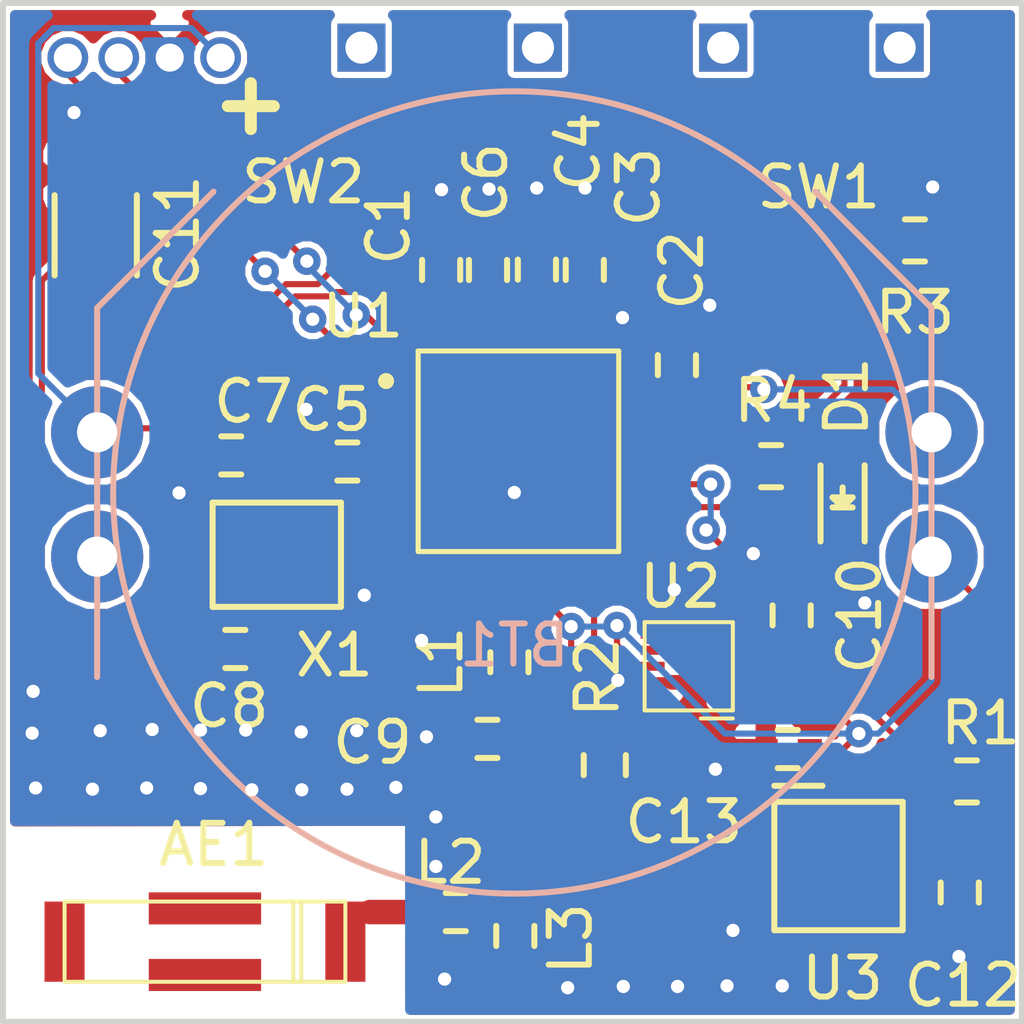
<source format=kicad_pcb>
(kicad_pcb (version 4) (host pcbnew 4.0.3-stable)

  (general
    (links 78)
    (no_connects 1)
    (area 107.754707 73.21012 134.756661 102.513402)
    (thickness 1.6)
    (drawings 5)
    (tracks 366)
    (zones 0)
    (modules 30)
    (nets 30)
  )

  (page A4)
  (layers
    (0 F.Cu signal hide)
    (31 B.Cu signal)
    (32 B.Adhes user)
    (33 F.Adhes user)
    (34 B.Paste user)
    (35 F.Paste user)
    (36 B.SilkS user)
    (37 F.SilkS user)
    (38 B.Mask user hide)
    (39 F.Mask user)
    (40 Dwgs.User user)
    (41 Cmts.User user)
    (42 Eco1.User user)
    (43 Eco2.User user)
    (44 Edge.Cuts user)
    (45 Margin user)
    (46 B.CrtYd user)
    (47 F.CrtYd user)
    (48 B.Fab user hide)
    (49 F.Fab user hide)
  )

  (setup
    (last_trace_width 0.1524)
    (trace_clearance 0.1524)
    (zone_clearance 0.1)
    (zone_45_only no)
    (trace_min 0.1524)
    (segment_width 0.2)
    (edge_width 0.15)
    (via_size 0.6858)
    (via_drill 0.3302)
    (via_min_size 0.508)
    (via_min_drill 0.3302)
    (uvia_size 0.3)
    (uvia_drill 0.1)
    (uvias_allowed no)
    (uvia_min_size 0.2)
    (uvia_min_drill 0.1)
    (pcb_text_width 0.3)
    (pcb_text_size 1.5 1.5)
    (mod_edge_width 0.15)
    (mod_text_size 1 1)
    (mod_text_width 0.15)
    (pad_size 1.524 1.524)
    (pad_drill 0.762)
    (pad_to_mask_clearance 0.2)
    (aux_axis_origin 0 0)
    (visible_elements FFFEEF7F)
    (pcbplotparams
      (layerselection 0x01008_00000000)
      (usegerberextensions false)
      (excludeedgelayer true)
      (linewidth 0.100000)
      (plotframeref false)
      (viasonmask false)
      (mode 1)
      (useauxorigin false)
      (hpglpennumber 1)
      (hpglpenspeed 20)
      (hpglpendiameter 15)
      (hpglpenoverlay 2)
      (psnegative false)
      (psa4output false)
      (plotreference true)
      (plotvalue true)
      (plotinvisibletext false)
      (padsonsilk false)
      (subtractmaskfromsilk false)
      (outputformat 1)
      (mirror false)
      (drillshape 0)
      (scaleselection 1)
      (outputdirectory Gerbers/))
  )

  (net 0 "")
  (net 1 VDD)
  (net 2 GND)
  (net 3 "Net-(L1-Pad2)")
  (net 4 "Net-(C6-Pad1)")
  (net 5 "Net-(C7-Pad2)")
  (net 6 "Net-(C8-Pad2)")
  (net 7 "Net-(AE1-Pad1)")
  (net 8 SCL)
  (net 9 SDA)
  (net 10 "Net-(C10-Pad2)")
  (net 11 ACC_INT)
  (net 12 "Net-(D1-Pad2)")
  (net 13 SWCLK)
  (net 14 SWDIO)
  (net 15 RESET)
  (net 16 LED)
  (net 17 "Net-(U1-Pad3)")
  (net 18 "Net-(U1-Pad4)")
  (net 19 "Net-(U1-Pad24)")
  (net 20 "Net-(U1-Pad23)")
  (net 21 "Net-(U1-Pad32)")
  (net 22 "Net-(U1-Pad31)")
  (net 23 "Net-(U1-Pad14)")
  (net 24 "Net-(U1-Pad15)")
  (net 25 "Net-(U1-Pad26)")
  (net 26 "Net-(U1-Pad16)")
  (net 27 "Net-(U2-Pad3)")
  (net 28 BUT)
  (net 29 "Net-(C9-Pad1)")

  (net_class Default "This is the default net class."
    (clearance 0.1524)
    (trace_width 0.1524)
    (via_dia 0.6858)
    (via_drill 0.3302)
    (uvia_dia 0.3)
    (uvia_drill 0.1)
    (add_net ACC_INT)
    (add_net BUT)
    (add_net GND)
    (add_net LED)
    (add_net "Net-(AE1-Pad1)")
    (add_net "Net-(C10-Pad2)")
    (add_net "Net-(C6-Pad1)")
    (add_net "Net-(C7-Pad2)")
    (add_net "Net-(C8-Pad2)")
    (add_net "Net-(C9-Pad1)")
    (add_net "Net-(D1-Pad2)")
    (add_net "Net-(L1-Pad2)")
    (add_net "Net-(U1-Pad14)")
    (add_net "Net-(U1-Pad15)")
    (add_net "Net-(U1-Pad16)")
    (add_net "Net-(U1-Pad23)")
    (add_net "Net-(U1-Pad24)")
    (add_net "Net-(U1-Pad26)")
    (add_net "Net-(U1-Pad3)")
    (add_net "Net-(U1-Pad31)")
    (add_net "Net-(U1-Pad32)")
    (add_net "Net-(U1-Pad4)")
    (add_net "Net-(U2-Pad3)")
    (add_net RESET)
    (add_net SCL)
    (add_net SDA)
    (add_net SWCLK)
    (add_net SWDIO)
    (add_net VDD)
  )

  (module Capacitors_SMD:C_0402 (layer F.Cu) (tedit 5415D599) (tstamp 57B1AAF3)
    (at 133.0706 98.3742 270)
    (descr "Capacitor SMD 0402, reflow soldering, AVX (see smccp.pdf)")
    (tags "capacitor 0402")
    (path /57B1A870)
    (attr smd)
    (fp_text reference C12 (at 2.31648 -0.08128 360) (layer F.SilkS)
      (effects (font (size 1 1) (thickness 0.15)))
    )
    (fp_text value C (at 0 1.7 270) (layer F.Fab)
      (effects (font (size 1 1) (thickness 0.15)))
    )
    (fp_line (start -1.15 -0.6) (end 1.15 -0.6) (layer F.CrtYd) (width 0.05))
    (fp_line (start -1.15 0.6) (end 1.15 0.6) (layer F.CrtYd) (width 0.05))
    (fp_line (start -1.15 -0.6) (end -1.15 0.6) (layer F.CrtYd) (width 0.05))
    (fp_line (start 1.15 -0.6) (end 1.15 0.6) (layer F.CrtYd) (width 0.05))
    (fp_line (start 0.25 -0.475) (end -0.25 -0.475) (layer F.SilkS) (width 0.15))
    (fp_line (start -0.25 0.475) (end 0.25 0.475) (layer F.SilkS) (width 0.15))
    (pad 1 smd rect (at -0.55 0 270) (size 0.6 0.5) (layers F.Cu F.Paste F.Mask)
      (net 1 VDD))
    (pad 2 smd rect (at 0.55 0 270) (size 0.6 0.5) (layers F.Cu F.Paste F.Mask)
      (net 2 GND))
    (model Capacitors_SMD.3dshapes/C_0402.wrl
      (at (xyz 0 0 0))
      (scale (xyz 1 1 1))
      (rotate (xyz 0 0 0))
    )
  )

  (module Capacitors_SMD:C_0402 (layer F.Cu) (tedit 5415D599) (tstamp 57B17F0E)
    (at 128.8796 91.4654 270)
    (descr "Capacitor SMD 0402, reflow soldering, AVX (see smccp.pdf)")
    (tags "capacitor 0402")
    (path /57B17FAA)
    (attr smd)
    (fp_text reference C10 (at 0 -1.7 270) (layer F.SilkS)
      (effects (font (size 1 1) (thickness 0.15)))
    )
    (fp_text value C (at 0 1.7 270) (layer F.Fab)
      (effects (font (size 1 1) (thickness 0.15)))
    )
    (fp_line (start -1.15 -0.6) (end 1.15 -0.6) (layer F.CrtYd) (width 0.05))
    (fp_line (start -1.15 0.6) (end 1.15 0.6) (layer F.CrtYd) (width 0.05))
    (fp_line (start -1.15 -0.6) (end -1.15 0.6) (layer F.CrtYd) (width 0.05))
    (fp_line (start 1.15 -0.6) (end 1.15 0.6) (layer F.CrtYd) (width 0.05))
    (fp_line (start 0.25 -0.475) (end -0.25 -0.475) (layer F.SilkS) (width 0.15))
    (fp_line (start -0.25 0.475) (end 0.25 0.475) (layer F.SilkS) (width 0.15))
    (pad 1 smd rect (at -0.55 0 270) (size 0.6 0.5) (layers F.Cu F.Paste F.Mask)
      (net 2 GND))
    (pad 2 smd rect (at 0.55 0 270) (size 0.6 0.5) (layers F.Cu F.Paste F.Mask)
      (net 10 "Net-(C10-Pad2)"))
    (model Capacitors_SMD.3dshapes/C_0402.wrl
      (at (xyz 0 0 0))
      (scale (xyz 1 1 1))
      (rotate (xyz 0 0 0))
    )
  )

  (module ekoeppen_parts:DFN-6 (layer F.Cu) (tedit 57B0BC89) (tstamp 57B0BFCB)
    (at 130.048 97.7138)
    (path /57AF848F)
    (fp_text reference U3 (at 0.1 2.8) (layer F.SilkS)
      (effects (font (size 1 1) (thickness 0.15)))
    )
    (fp_text value SI7006 (at 0 -2.8) (layer F.Fab)
      (effects (font (size 1 1) (thickness 0.15)))
    )
    (fp_line (start -1.6 -2) (end -0.4 -2) (layer F.SilkS) (width 0.15))
    (fp_line (start 1.6 1.6) (end -1.6 1.6) (layer F.SilkS) (width 0.15))
    (fp_line (start 1.6 -1.6) (end 1.6 1.6) (layer F.SilkS) (width 0.15))
    (fp_line (start -1.6 -1.6) (end 1.6 -1.6) (layer F.SilkS) (width 0.15))
    (fp_line (start -1.6 1.6) (end -1.6 -1.6) (layer F.SilkS) (width 0.15))
    (pad 7 smd rect (at 0 0) (size 1.6 2.5) (layers F.Cu F.Paste F.Mask))
    (pad 1 smd rect (at -1.45 -1) (size 0.85 0.45) (layers F.Cu F.Paste F.Mask)
      (net 9 SDA))
    (pad 2 smd rect (at -1.45 0) (size 0.85 0.45) (layers F.Cu F.Paste F.Mask)
      (net 2 GND))
    (pad 3 smd rect (at -1.45 1) (size 0.85 0.45) (layers F.Cu F.Paste F.Mask))
    (pad 4 smd rect (at 1.45 1) (size 0.85 0.45) (layers F.Cu F.Paste F.Mask))
    (pad 5 smd rect (at 1.45 0) (size 0.85 0.45) (layers F.Cu F.Paste F.Mask)
      (net 1 VDD))
    (pad 6 smd rect (at 1.45 -1) (size 0.85 0.45) (layers F.Cu F.Paste F.Mask)
      (net 8 SCL))
  )

  (module EFR32BG:EFR32BG_QFN32 (layer F.Cu) (tedit 57337471) (tstamp 57ACD887)
    (at 122.069 87.37416)
    (path /57AE5677)
    (fp_text reference U1 (at -3.88112 -3.36296) (layer F.SilkS)
      (effects (font (size 1 1) (thickness 0.15)))
    )
    (fp_text value EFR32BG_QFN (at -8.7376 -4.0132) (layer F.Fab)
      (effects (font (size 1 1) (thickness 0.15)))
    )
    (fp_circle (center -3.3 -1.75) (end -3.4 -1.75) (layer F.SilkS) (width 0.2))
    (fp_line (start -2.5 2.5) (end -2.5 -2.5) (layer F.SilkS) (width 0.127))
    (fp_line (start 2.5 2.5) (end -2.5 2.5) (layer F.SilkS) (width 0.127))
    (fp_line (start 2.5 -2.5) (end 2.5 2.5) (layer F.SilkS) (width 0.127))
    (fp_line (start -2.5 -2.5) (end 2.5 -2.5) (layer F.SilkS) (width 0.127))
    (pad 1 smd rect (at -2.435 -1.75) (size 0.86 0.26) (layers F.Cu F.Paste F.Mask)
      (net 13 SWCLK) (solder_mask_margin 0.05) (solder_paste_margin -0.01))
    (pad 2 smd rect (at -2.435 -1.25) (size 0.86 0.26) (layers F.Cu F.Paste F.Mask)
      (net 14 SWDIO) (solder_mask_margin 0.05) (solder_paste_margin -0.01))
    (pad 3 smd rect (at -2.435 -0.75) (size 0.86 0.26) (layers F.Cu F.Paste F.Mask)
      (net 17 "Net-(U1-Pad3)") (solder_mask_margin 0.05) (solder_paste_margin -0.01))
    (pad 4 smd rect (at -2.435 -0.25) (size 0.86 0.26) (layers F.Cu F.Paste F.Mask)
      (net 18 "Net-(U1-Pad4)") (solder_mask_margin 0.05) (solder_paste_margin -0.01))
    (pad 5 smd rect (at -2.435 0.25) (size 0.86 0.26) (layers F.Cu F.Paste F.Mask)
      (net 1 VDD) (solder_mask_margin 0.05) (solder_paste_margin -0.01))
    (pad 6 smd rect (at -2.435 0.75) (size 0.86 0.26) (layers F.Cu F.Paste F.Mask)
      (net 5 "Net-(C7-Pad2)") (solder_mask_margin 0.05) (solder_paste_margin -0.01))
    (pad 7 smd rect (at -2.435 1.25) (size 0.86 0.26) (layers F.Cu F.Paste F.Mask)
      (net 6 "Net-(C8-Pad2)") (solder_mask_margin 0.05) (solder_paste_margin -0.01))
    (pad 8 smd rect (at -2.435 1.75) (size 0.86 0.26) (layers F.Cu F.Paste F.Mask)
      (net 15 RESET) (solder_mask_margin 0.05) (solder_paste_margin -0.01))
    (pad 24 smd rect (at 2.435 -1.75) (size 0.86 0.26) (layers F.Cu F.Paste F.Mask)
      (net 19 "Net-(U1-Pad24)") (solder_mask_margin 0.05) (solder_paste_margin -0.01))
    (pad 23 smd rect (at 2.435 -1.25) (size 0.86 0.26) (layers F.Cu F.Paste F.Mask)
      (net 20 "Net-(U1-Pad23)") (solder_mask_margin 0.05) (solder_paste_margin -0.01))
    (pad 22 smd rect (at 2.435 -0.75) (size 0.86 0.26) (layers F.Cu F.Paste F.Mask)
      (net 1 VDD) (solder_mask_margin 0.05) (solder_paste_margin -0.01))
    (pad 21 smd rect (at 2.435 -0.25) (size 0.86 0.26) (layers F.Cu F.Paste F.Mask)
      (net 28 BUT) (solder_mask_margin 0.05) (solder_paste_margin -0.01))
    (pad 20 smd rect (at 2.435 0.25) (size 0.86 0.26) (layers F.Cu F.Paste F.Mask)
      (net 16 LED) (solder_mask_margin 0.05) (solder_paste_margin -0.01))
    (pad 19 smd rect (at 2.435 0.75) (size 0.86 0.26) (layers F.Cu F.Paste F.Mask)
      (net 11 ACC_INT) (solder_mask_margin 0.05) (solder_paste_margin -0.01))
    (pad 18 smd rect (at 2.435 1.25) (size 0.86 0.26) (layers F.Cu F.Paste F.Mask)
      (net 8 SCL) (solder_mask_margin 0.05) (solder_paste_margin -0.01))
    (pad 17 smd rect (at 2.435 1.75) (size 0.86 0.26) (layers F.Cu F.Paste F.Mask)
      (net 9 SDA) (solder_mask_margin 0.05) (solder_paste_margin -0.01))
    (pad 9 smd rect (at -1.75 2.435 90) (size 0.86 0.26) (layers F.Cu F.Paste F.Mask)
      (net 2 GND) (solder_mask_margin 0.05) (solder_paste_margin -0.01))
    (pad 32 smd rect (at -1.75 -2.435 90) (size 0.86 0.26) (layers F.Cu F.Paste F.Mask)
      (net 21 "Net-(U1-Pad32)") (solder_mask_margin 0.05) (solder_paste_margin -0.01))
    (pad 10 smd rect (at -1.25 2.435 90) (size 0.86 0.26) (layers F.Cu F.Paste F.Mask)
      (net 2 GND) (solder_mask_margin 0.05) (solder_paste_margin -0.01))
    (pad 31 smd rect (at -1.25 -2.435 90) (size 0.86 0.26) (layers F.Cu F.Paste F.Mask)
      (net 22 "Net-(U1-Pad31)") (solder_mask_margin 0.05) (solder_paste_margin -0.01))
    (pad 11 smd rect (at -0.75 2.435 90) (size 0.86 0.26) (layers F.Cu F.Paste F.Mask)
      (net 2 GND) (solder_mask_margin 0.05) (solder_paste_margin -0.01))
    (pad 30 smd rect (at -0.75 -2.435 90) (size 0.86 0.26) (layers F.Cu F.Paste F.Mask)
      (net 1 VDD) (solder_mask_margin 0.05) (solder_paste_margin -0.01))
    (pad 12 smd rect (at -0.25 2.435 90) (size 0.86 0.26) (layers F.Cu F.Paste F.Mask)
      (net 3 "Net-(L1-Pad2)") (solder_mask_margin 0.05) (solder_paste_margin -0.01))
    (pad 29 smd rect (at -0.25 -2.435 90) (size 0.86 0.26) (layers F.Cu F.Paste F.Mask)
      (net 4 "Net-(C6-Pad1)") (solder_mask_margin 0.05) (solder_paste_margin -0.01))
    (pad 13 smd rect (at 0.25 2.435 90) (size 0.86 0.26) (layers F.Cu F.Paste F.Mask)
      (net 1 VDD) (solder_mask_margin 0.05) (solder_paste_margin -0.01))
    (pad 28 smd rect (at 0.25 -2.435 90) (size 0.86 0.26) (layers F.Cu F.Paste F.Mask)
      (net 1 VDD) (solder_mask_margin 0.05) (solder_paste_margin -0.01))
    (pad 14 smd rect (at 0.75 2.435 90) (size 0.86 0.26) (layers F.Cu F.Paste F.Mask)
      (net 23 "Net-(U1-Pad14)") (solder_mask_margin 0.05) (solder_paste_margin -0.01))
    (pad 27 smd rect (at 0.75 -2.435 90) (size 0.86 0.26) (layers F.Cu F.Paste F.Mask)
      (net 1 VDD) (solder_mask_margin 0.05) (solder_paste_margin -0.01))
    (pad 15 smd rect (at 1.25 2.435 90) (size 0.86 0.26) (layers F.Cu F.Paste F.Mask)
      (net 24 "Net-(U1-Pad15)") (solder_mask_margin 0.05) (solder_paste_margin -0.01))
    (pad 26 smd rect (at 1.25 -2.435 90) (size 0.86 0.26) (layers F.Cu F.Paste F.Mask)
      (net 25 "Net-(U1-Pad26)") (solder_mask_margin 0.05) (solder_paste_margin -0.01))
    (pad 16 smd rect (at 1.75 2.435 90) (size 0.86 0.26) (layers F.Cu F.Paste F.Mask)
      (net 26 "Net-(U1-Pad16)") (solder_mask_margin 0.05) (solder_paste_margin -0.01))
    (pad 25 smd rect (at 1.75 -2.435 90) (size 0.86 0.26) (layers F.Cu F.Paste F.Mask)
      (net 2 GND) (solder_mask_margin 0.05) (solder_paste_margin -0.01))
    (pad 0 smd rect (at 0 0 90) (size 3.5 3.5) (layers F.Cu F.Paste F.Mask)
      (net 2 GND) (solder_mask_margin 0.1) (solder_paste_margin -0.1))
  )

  (module Capacitors_SMD:C_0402 (layer F.Cu) (tedit 5415D599) (tstamp 57AE111A)
    (at 120.142 82.8548 90)
    (descr "Capacitor SMD 0402, reflow soldering, AVX (see smccp.pdf)")
    (tags "capacitor 0402")
    (path /57AE59BA)
    (attr smd)
    (fp_text reference C1 (at 1.10744 -1.31064 90) (layer F.SilkS)
      (effects (font (size 1 1) (thickness 0.15)))
    )
    (fp_text value C (at 0 1.7 90) (layer F.Fab)
      (effects (font (size 1 1) (thickness 0.15)))
    )
    (fp_line (start -1.15 -0.6) (end 1.15 -0.6) (layer F.CrtYd) (width 0.05))
    (fp_line (start -1.15 0.6) (end 1.15 0.6) (layer F.CrtYd) (width 0.05))
    (fp_line (start -1.15 -0.6) (end -1.15 0.6) (layer F.CrtYd) (width 0.05))
    (fp_line (start 1.15 -0.6) (end 1.15 0.6) (layer F.CrtYd) (width 0.05))
    (fp_line (start 0.25 -0.475) (end -0.25 -0.475) (layer F.SilkS) (width 0.15))
    (fp_line (start -0.25 0.475) (end 0.25 0.475) (layer F.SilkS) (width 0.15))
    (pad 1 smd rect (at -0.55 0 90) (size 0.6 0.5) (layers F.Cu F.Paste F.Mask)
      (net 1 VDD))
    (pad 2 smd rect (at 0.55 0 90) (size 0.6 0.5) (layers F.Cu F.Paste F.Mask)
      (net 2 GND))
    (model Capacitors_SMD.3dshapes/C_0402.wrl
      (at (xyz 0 0 0))
      (scale (xyz 1 1 1))
      (rotate (xyz 0 0 0))
    )
  )

  (module Capacitors_SMD:C_0402 (layer F.Cu) (tedit 5415D599) (tstamp 57AE1120)
    (at 126.01956 85.22716 90)
    (descr "Capacitor SMD 0402, reflow soldering, AVX (see smccp.pdf)")
    (tags "capacitor 0402")
    (path /57AE5B80)
    (attr smd)
    (fp_text reference C2 (at 2.3622 0.12192 90) (layer F.SilkS)
      (effects (font (size 1 1) (thickness 0.15)))
    )
    (fp_text value C (at 0 1.7 90) (layer F.Fab)
      (effects (font (size 1 1) (thickness 0.15)))
    )
    (fp_line (start -1.15 -0.6) (end 1.15 -0.6) (layer F.CrtYd) (width 0.05))
    (fp_line (start -1.15 0.6) (end 1.15 0.6) (layer F.CrtYd) (width 0.05))
    (fp_line (start -1.15 -0.6) (end -1.15 0.6) (layer F.CrtYd) (width 0.05))
    (fp_line (start 1.15 -0.6) (end 1.15 0.6) (layer F.CrtYd) (width 0.05))
    (fp_line (start 0.25 -0.475) (end -0.25 -0.475) (layer F.SilkS) (width 0.15))
    (fp_line (start -0.25 0.475) (end 0.25 0.475) (layer F.SilkS) (width 0.15))
    (pad 1 smd rect (at -0.55 0 90) (size 0.6 0.5) (layers F.Cu F.Paste F.Mask)
      (net 1 VDD))
    (pad 2 smd rect (at 0.55 0 90) (size 0.6 0.5) (layers F.Cu F.Paste F.Mask)
      (net 2 GND))
    (model Capacitors_SMD.3dshapes/C_0402.wrl
      (at (xyz 0 0 0))
      (scale (xyz 1 1 1))
      (rotate (xyz 0 0 0))
    )
  )

  (module Capacitors_SMD:C_0402 (layer F.Cu) (tedit 5415D599) (tstamp 57AE1126)
    (at 123.7234 82.8548 90)
    (descr "Capacitor SMD 0402, reflow soldering, AVX (see smccp.pdf)")
    (tags "capacitor 0402")
    (path /57AE5BDF)
    (attr smd)
    (fp_text reference C3 (at 2.06756 1.34112 90) (layer F.SilkS)
      (effects (font (size 1 1) (thickness 0.15)))
    )
    (fp_text value C (at 0 1.7 90) (layer F.Fab)
      (effects (font (size 1 1) (thickness 0.15)))
    )
    (fp_line (start -1.15 -0.6) (end 1.15 -0.6) (layer F.CrtYd) (width 0.05))
    (fp_line (start -1.15 0.6) (end 1.15 0.6) (layer F.CrtYd) (width 0.05))
    (fp_line (start -1.15 -0.6) (end -1.15 0.6) (layer F.CrtYd) (width 0.05))
    (fp_line (start 1.15 -0.6) (end 1.15 0.6) (layer F.CrtYd) (width 0.05))
    (fp_line (start 0.25 -0.475) (end -0.25 -0.475) (layer F.SilkS) (width 0.15))
    (fp_line (start -0.25 0.475) (end 0.25 0.475) (layer F.SilkS) (width 0.15))
    (pad 1 smd rect (at -0.55 0 90) (size 0.6 0.5) (layers F.Cu F.Paste F.Mask)
      (net 1 VDD))
    (pad 2 smd rect (at 0.55 0 90) (size 0.6 0.5) (layers F.Cu F.Paste F.Mask)
      (net 2 GND))
    (model Capacitors_SMD.3dshapes/C_0402.wrl
      (at (xyz 0 0 0))
      (scale (xyz 1 1 1))
      (rotate (xyz 0 0 0))
    )
  )

  (module Capacitors_SMD:C_0402 (layer F.Cu) (tedit 5415D599) (tstamp 57AE112C)
    (at 122.5296 82.846 90)
    (descr "Capacitor SMD 0402, reflow soldering, AVX (see smccp.pdf)")
    (tags "capacitor 0402")
    (path /57AE5C41)
    (attr smd)
    (fp_text reference C4 (at 2.94268 1.03632 90) (layer F.SilkS)
      (effects (font (size 1 1) (thickness 0.15)))
    )
    (fp_text value C (at 0 1.7 90) (layer F.Fab)
      (effects (font (size 1 1) (thickness 0.15)))
    )
    (fp_line (start -1.15 -0.6) (end 1.15 -0.6) (layer F.CrtYd) (width 0.05))
    (fp_line (start -1.15 0.6) (end 1.15 0.6) (layer F.CrtYd) (width 0.05))
    (fp_line (start -1.15 -0.6) (end -1.15 0.6) (layer F.CrtYd) (width 0.05))
    (fp_line (start 1.15 -0.6) (end 1.15 0.6) (layer F.CrtYd) (width 0.05))
    (fp_line (start 0.25 -0.475) (end -0.25 -0.475) (layer F.SilkS) (width 0.15))
    (fp_line (start -0.25 0.475) (end 0.25 0.475) (layer F.SilkS) (width 0.15))
    (pad 1 smd rect (at -0.55 0 90) (size 0.6 0.5) (layers F.Cu F.Paste F.Mask)
      (net 1 VDD))
    (pad 2 smd rect (at 0.55 0 90) (size 0.6 0.5) (layers F.Cu F.Paste F.Mask)
      (net 2 GND))
    (model Capacitors_SMD.3dshapes/C_0402.wrl
      (at (xyz 0 0 0))
      (scale (xyz 1 1 1))
      (rotate (xyz 0 0 0))
    )
  )

  (module Capacitors_SMD:C_0402 (layer F.Cu) (tedit 5415D599) (tstamp 57AE21A1)
    (at 117.8052 87.63 180)
    (descr "Capacitor SMD 0402, reflow soldering, AVX (see smccp.pdf)")
    (tags "capacitor 0402")
    (path /57AE5CB6)
    (attr smd)
    (fp_text reference C5 (at 0.39116 1.29032 180) (layer F.SilkS)
      (effects (font (size 1 1) (thickness 0.15)))
    )
    (fp_text value C (at 0 1.7 180) (layer F.Fab)
      (effects (font (size 1 1) (thickness 0.15)))
    )
    (fp_line (start -1.15 -0.6) (end 1.15 -0.6) (layer F.CrtYd) (width 0.05))
    (fp_line (start -1.15 0.6) (end 1.15 0.6) (layer F.CrtYd) (width 0.05))
    (fp_line (start -1.15 -0.6) (end -1.15 0.6) (layer F.CrtYd) (width 0.05))
    (fp_line (start 1.15 -0.6) (end 1.15 0.6) (layer F.CrtYd) (width 0.05))
    (fp_line (start 0.25 -0.475) (end -0.25 -0.475) (layer F.SilkS) (width 0.15))
    (fp_line (start -0.25 0.475) (end 0.25 0.475) (layer F.SilkS) (width 0.15))
    (pad 1 smd rect (at -0.55 0 180) (size 0.6 0.5) (layers F.Cu F.Paste F.Mask)
      (net 1 VDD))
    (pad 2 smd rect (at 0.55 0 180) (size 0.6 0.5) (layers F.Cu F.Paste F.Mask)
      (net 2 GND))
    (model Capacitors_SMD.3dshapes/C_0402.wrl
      (at (xyz 0 0 0))
      (scale (xyz 1 1 1))
      (rotate (xyz 0 0 0))
    )
  )

  (module Capacitors_SMD:C_0402 (layer F.Cu) (tedit 5415D599) (tstamp 57AE21A7)
    (at 121.3104 82.8548 90)
    (descr "Capacitor SMD 0402, reflow soldering, AVX (see smccp.pdf)")
    (tags "capacitor 0402")
    (path /57AE5D37)
    (attr smd)
    (fp_text reference C6 (at 2.1844 -0.0508 90) (layer F.SilkS)
      (effects (font (size 1 1) (thickness 0.15)))
    )
    (fp_text value C (at 0 1.7 90) (layer F.Fab)
      (effects (font (size 1 1) (thickness 0.15)))
    )
    (fp_line (start -1.15 -0.6) (end 1.15 -0.6) (layer F.CrtYd) (width 0.05))
    (fp_line (start -1.15 0.6) (end 1.15 0.6) (layer F.CrtYd) (width 0.05))
    (fp_line (start -1.15 -0.6) (end -1.15 0.6) (layer F.CrtYd) (width 0.05))
    (fp_line (start 1.15 -0.6) (end 1.15 0.6) (layer F.CrtYd) (width 0.05))
    (fp_line (start 0.25 -0.475) (end -0.25 -0.475) (layer F.SilkS) (width 0.15))
    (fp_line (start -0.25 0.475) (end 0.25 0.475) (layer F.SilkS) (width 0.15))
    (pad 1 smd rect (at -0.55 0 90) (size 0.6 0.5) (layers F.Cu F.Paste F.Mask)
      (net 4 "Net-(C6-Pad1)"))
    (pad 2 smd rect (at 0.55 0 90) (size 0.6 0.5) (layers F.Cu F.Paste F.Mask)
      (net 2 GND))
    (model Capacitors_SMD.3dshapes/C_0402.wrl
      (at (xyz 0 0 0))
      (scale (xyz 1 1 1))
      (rotate (xyz 0 0 0))
    )
  )

  (module Capacitors_SMD:C_0402 (layer F.Cu) (tedit 5415D599) (tstamp 57AE21AD)
    (at 114.9096 87.4776)
    (descr "Capacitor SMD 0402, reflow soldering, AVX (see smccp.pdf)")
    (tags "capacitor 0402")
    (path /57AF3771)
    (attr smd)
    (fp_text reference C7 (at 0.55372 -1.34112) (layer F.SilkS)
      (effects (font (size 1 1) (thickness 0.15)))
    )
    (fp_text value C (at 0 1.7) (layer F.Fab)
      (effects (font (size 1 1) (thickness 0.15)))
    )
    (fp_line (start -1.15 -0.6) (end 1.15 -0.6) (layer F.CrtYd) (width 0.05))
    (fp_line (start -1.15 0.6) (end 1.15 0.6) (layer F.CrtYd) (width 0.05))
    (fp_line (start -1.15 -0.6) (end -1.15 0.6) (layer F.CrtYd) (width 0.05))
    (fp_line (start 1.15 -0.6) (end 1.15 0.6) (layer F.CrtYd) (width 0.05))
    (fp_line (start 0.25 -0.475) (end -0.25 -0.475) (layer F.SilkS) (width 0.15))
    (fp_line (start -0.25 0.475) (end 0.25 0.475) (layer F.SilkS) (width 0.15))
    (pad 1 smd rect (at -0.55 0) (size 0.6 0.5) (layers F.Cu F.Paste F.Mask)
      (net 2 GND))
    (pad 2 smd rect (at 0.55 0) (size 0.6 0.5) (layers F.Cu F.Paste F.Mask)
      (net 5 "Net-(C7-Pad2)"))
    (model Capacitors_SMD.3dshapes/C_0402.wrl
      (at (xyz 0 0 0))
      (scale (xyz 1 1 1))
      (rotate (xyz 0 0 0))
    )
  )

  (module Capacitors_SMD:C_0402 (layer F.Cu) (tedit 5415D599) (tstamp 57AE21B3)
    (at 115.0112 92.3036)
    (descr "Capacitor SMD 0402, reflow soldering, AVX (see smccp.pdf)")
    (tags "capacitor 0402")
    (path /57AF3841)
    (attr smd)
    (fp_text reference C8 (at -0.1524 1.4224) (layer F.SilkS)
      (effects (font (size 1 1) (thickness 0.15)))
    )
    (fp_text value C (at 0 1.7) (layer F.Fab)
      (effects (font (size 1 1) (thickness 0.15)))
    )
    (fp_line (start -1.15 -0.6) (end 1.15 -0.6) (layer F.CrtYd) (width 0.05))
    (fp_line (start -1.15 0.6) (end 1.15 0.6) (layer F.CrtYd) (width 0.05))
    (fp_line (start -1.15 -0.6) (end -1.15 0.6) (layer F.CrtYd) (width 0.05))
    (fp_line (start 1.15 -0.6) (end 1.15 0.6) (layer F.CrtYd) (width 0.05))
    (fp_line (start 0.25 -0.475) (end -0.25 -0.475) (layer F.SilkS) (width 0.15))
    (fp_line (start -0.25 0.475) (end 0.25 0.475) (layer F.SilkS) (width 0.15))
    (pad 1 smd rect (at -0.55 0) (size 0.6 0.5) (layers F.Cu F.Paste F.Mask)
      (net 2 GND))
    (pad 2 smd rect (at 0.55 0) (size 0.6 0.5) (layers F.Cu F.Paste F.Mask)
      (net 6 "Net-(C8-Pad2)"))
    (model Capacitors_SMD.3dshapes/C_0402.wrl
      (at (xyz 0 0 0))
      (scale (xyz 1 1 1))
      (rotate (xyz 0 0 0))
    )
  )

  (module Capacitors_SMD:C_0402 (layer F.Cu) (tedit 5415D599) (tstamp 57AE21B9)
    (at 121.29516 94.54388 180)
    (descr "Capacitor SMD 0402, reflow soldering, AVX (see smccp.pdf)")
    (tags "capacitor 0402")
    (path /57AF7A5B)
    (attr smd)
    (fp_text reference C9 (at 2.86512 -0.09144 180) (layer F.SilkS)
      (effects (font (size 1 1) (thickness 0.15)))
    )
    (fp_text value C (at 0 1.7 180) (layer F.Fab)
      (effects (font (size 1 1) (thickness 0.15)))
    )
    (fp_line (start -1.15 -0.6) (end 1.15 -0.6) (layer F.CrtYd) (width 0.05))
    (fp_line (start -1.15 0.6) (end 1.15 0.6) (layer F.CrtYd) (width 0.05))
    (fp_line (start -1.15 -0.6) (end -1.15 0.6) (layer F.CrtYd) (width 0.05))
    (fp_line (start 1.15 -0.6) (end 1.15 0.6) (layer F.CrtYd) (width 0.05))
    (fp_line (start 0.25 -0.475) (end -0.25 -0.475) (layer F.SilkS) (width 0.15))
    (fp_line (start -0.25 0.475) (end 0.25 0.475) (layer F.SilkS) (width 0.15))
    (pad 1 smd rect (at -0.55 0 180) (size 0.6 0.5) (layers F.Cu F.Paste F.Mask)
      (net 29 "Net-(C9-Pad1)"))
    (pad 2 smd rect (at 0.55 0 180) (size 0.6 0.5) (layers F.Cu F.Paste F.Mask)
      (net 2 GND))
    (model Capacitors_SMD.3dshapes/C_0402.wrl
      (at (xyz 0 0 0))
      (scale (xyz 1 1 1))
      (rotate (xyz 0 0 0))
    )
  )

  (module Capacitors_SMD:C_0402 (layer F.Cu) (tedit 5415D599) (tstamp 57AF70F6)
    (at 121.8438 92.6338 90)
    (descr "Capacitor SMD 0402, reflow soldering, AVX (see smccp.pdf)")
    (tags "capacitor 0402")
    (path /57AF7921)
    (attr smd)
    (fp_text reference L1 (at 0 -1.7 90) (layer F.SilkS)
      (effects (font (size 1 1) (thickness 0.15)))
    )
    (fp_text value L_Small (at 0 1.7 90) (layer F.Fab)
      (effects (font (size 1 1) (thickness 0.15)))
    )
    (fp_line (start -1.15 -0.6) (end 1.15 -0.6) (layer F.CrtYd) (width 0.05))
    (fp_line (start -1.15 0.6) (end 1.15 0.6) (layer F.CrtYd) (width 0.05))
    (fp_line (start -1.15 -0.6) (end -1.15 0.6) (layer F.CrtYd) (width 0.05))
    (fp_line (start 1.15 -0.6) (end 1.15 0.6) (layer F.CrtYd) (width 0.05))
    (fp_line (start 0.25 -0.475) (end -0.25 -0.475) (layer F.SilkS) (width 0.15))
    (fp_line (start -0.25 0.475) (end 0.25 0.475) (layer F.SilkS) (width 0.15))
    (pad 1 smd rect (at -0.55 0 90) (size 0.6 0.5) (layers F.Cu F.Paste F.Mask)
      (net 29 "Net-(C9-Pad1)"))
    (pad 2 smd rect (at 0.55 0 90) (size 0.6 0.5) (layers F.Cu F.Paste F.Mask)
      (net 3 "Net-(L1-Pad2)"))
    (model Capacitors_SMD.3dshapes/C_0402.wrl
      (at (xyz 0 0 0))
      (scale (xyz 1 1 1))
      (rotate (xyz 0 0 0))
    )
  )

  (module Crystals:crystal_FA238-TSX3225 (layer F.Cu) (tedit 0) (tstamp 57AF70FE)
    (at 116.0448 89.954)
    (descr "crystal Epson Toyocom FA-238 and TSX-3225 series")
    (path /57AF6F30)
    (fp_text reference X1 (at 1.43528 2.50708) (layer F.SilkS)
      (effects (font (size 1 1) (thickness 0.15)))
    )
    (fp_text value CRYSTAL_SMD (at 0.2 2.3) (layer F.Fab)
      (effects (font (size 1 1) (thickness 0.15)))
    )
    (fp_line (start -1.6 -1.3) (end 1.6 -1.3) (layer F.SilkS) (width 0.15))
    (fp_line (start 1.6 -1.3) (end 1.6 1.3) (layer F.SilkS) (width 0.15))
    (fp_line (start 1.6 1.3) (end -1.6 1.3) (layer F.SilkS) (width 0.15))
    (fp_line (start -1.6 1.3) (end -1.6 -1.3) (layer F.SilkS) (width 0.15))
    (pad 1 smd rect (at -1.1 0.8) (size 1.4 1.2) (layers F.Cu F.Paste F.Mask)
      (net 6 "Net-(C8-Pad2)"))
    (pad 3 smd rect (at 1.1 0.8) (size 1.4 1.2) (layers F.Cu F.Paste F.Mask)
      (net 2 GND))
    (pad 3 smd rect (at -1.1 -0.8) (size 1.4 1.2) (layers F.Cu F.Paste F.Mask)
      (net 2 GND))
    (pad 2 smd rect (at 1.1 -0.8) (size 1.4 1.2) (layers F.Cu F.Paste F.Mask)
      (net 5 "Net-(C7-Pad2)"))
    (model Crystals.3dshapes/crystal_FA238-TSX3225.wrl
      (at (xyz 0 0 0))
      (scale (xyz 0.24 0.24 0.24))
      (rotate (xyz 0 0 0))
    )
  )

  (module ekoeppen_parts:DFN-10 (layer F.Cu) (tedit 57B0C47E) (tstamp 57B0C65C)
    (at 126.3142 92.7354 180)
    (path /57AF843C)
    (fp_text reference U2 (at 0.20828 1.98628 180) (layer F.SilkS)
      (effects (font (size 1 1) (thickness 0.15)))
    )
    (fp_text value MMA8652FC (at 0 -2.4 180) (layer F.Fab)
      (effects (font (size 1 1) (thickness 0.15)))
    )
    (fp_line (start -1.1 -1.3) (end -0.3 -1.3) (layer F.SilkS) (width 0.1))
    (fp_line (start 1.1 1.1) (end -1.1 1.1) (layer F.SilkS) (width 0.1))
    (fp_line (start 1.1 -1.1) (end 1.1 1.1) (layer F.SilkS) (width 0.1))
    (fp_line (start -1.1 -1.1) (end 1.1 -1.1) (layer F.SilkS) (width 0.1))
    (fp_line (start -1.1 1.1) (end -1.1 -1.1) (layer F.SilkS) (width 0.1))
    (pad 1 smd rect (at -0.9 -0.8 180) (size 0.6 0.225) (layers F.Cu F.Paste F.Mask)
      (net 1 VDD))
    (pad 2 smd rect (at -0.9 -0.4 180) (size 0.6 0.225) (layers F.Cu F.Paste F.Mask)
      (net 8 SCL))
    (pad 3 smd rect (at -0.9 0 180) (size 0.6 0.225) (layers F.Cu F.Paste F.Mask)
      (net 27 "Net-(U2-Pad3)"))
    (pad 4 smd rect (at -0.9 0.4 180) (size 0.6 0.225) (layers F.Cu F.Paste F.Mask)
      (net 10 "Net-(C10-Pad2)"))
    (pad 5 smd rect (at -0.9 0.8 180) (size 0.6 0.225) (layers F.Cu F.Paste F.Mask)
      (net 11 ACC_INT))
    (pad 6 smd rect (at 0.9 0.8 180) (size 0.6 0.225) (layers F.Cu F.Paste F.Mask)
      (net 2 GND))
    (pad 7 smd rect (at 0.9 0.4 180) (size 0.6 0.225) (layers F.Cu F.Paste F.Mask)
      (net 2 GND))
    (pad 8 smd rect (at 0.9 0 180) (size 0.6 0.225) (layers F.Cu F.Paste F.Mask)
      (net 1 VDD))
    (pad 9 smd rect (at 0.9 -0.4 180) (size 0.6 0.225) (layers F.Cu F.Paste F.Mask)
      (net 2 GND))
    (pad 10 smd rect (at 0.9 -0.8 180) (size 0.6 0.225) (layers F.Cu F.Paste F.Mask)
      (net 9 SDA))
  )

  (module ekoeppen_parts:2450AT43B100 (layer F.Cu) (tedit 57B0CA26) (tstamp 57B0CD63)
    (at 114.25428 99.6)
    (path /57AF7FA2)
    (fp_text reference AE1 (at 0.22352 -2.41808) (layer F.SilkS)
      (effects (font (size 1 1) (thickness 0.15)))
    )
    (fp_text value Antenna (at 0 -2.5) (layer F.Fab)
      (effects (font (size 1 1) (thickness 0.15)))
    )
    (fp_line (start 2.4 -1) (end 2.2 -1) (layer F.SilkS) (width 0.1))
    (fp_line (start 2.4 1) (end 2.4 -1) (layer F.SilkS) (width 0.1))
    (fp_line (start 2.2 1) (end 2.4 1) (layer F.SilkS) (width 0.1))
    (fp_line (start 2.2 -1) (end 2.2 1) (layer F.SilkS) (width 0.1))
    (fp_line (start 3.5 1) (end -3.5 1) (layer F.SilkS) (width 0.1))
    (fp_line (start 3.5 -1) (end 3.5 1) (layer F.SilkS) (width 0.1))
    (fp_line (start -3.5 -1) (end 3.5 -1) (layer F.SilkS) (width 0.1))
    (fp_line (start -3.5 1) (end -3.5 -1) (layer F.SilkS) (width 0.1))
    (pad 1 smd rect (at 3.5 0) (size 1 2) (layers F.Cu F.Paste F.Mask)
      (net 7 "Net-(AE1-Pad1)"))
    (pad 2 smd rect (at -3.5 0) (size 1 2) (layers F.Cu F.Paste F.Mask))
    (pad 3 smd rect (at 0 -0.83) (size 2.8 0.8) (layers F.Cu F.Paste F.Mask))
    (pad 4 smd rect (at 0 0.83) (size 2.8 0.8) (layers F.Cu F.Paste F.Mask))
  )

  (module Resistors_SMD:R_0402 (layer F.Cu) (tedit 5415CBB8) (tstamp 57B172EA)
    (at 133.2484 95.6056 180)
    (descr "Resistor SMD 0402, reflow soldering, Vishay (see dcrcw.pdf)")
    (tags "resistor 0402")
    (path /57B174B0)
    (attr smd)
    (fp_text reference R1 (at -0.34036 1.45288 180) (layer F.SilkS)
      (effects (font (size 1 1) (thickness 0.15)))
    )
    (fp_text value R (at 0 1.8 180) (layer F.Fab)
      (effects (font (size 1 1) (thickness 0.15)))
    )
    (fp_line (start -0.95 -0.65) (end 0.95 -0.65) (layer F.CrtYd) (width 0.05))
    (fp_line (start -0.95 0.65) (end 0.95 0.65) (layer F.CrtYd) (width 0.05))
    (fp_line (start -0.95 -0.65) (end -0.95 0.65) (layer F.CrtYd) (width 0.05))
    (fp_line (start 0.95 -0.65) (end 0.95 0.65) (layer F.CrtYd) (width 0.05))
    (fp_line (start 0.25 -0.525) (end -0.25 -0.525) (layer F.SilkS) (width 0.15))
    (fp_line (start -0.25 0.525) (end 0.25 0.525) (layer F.SilkS) (width 0.15))
    (pad 1 smd rect (at -0.45 0 180) (size 0.4 0.6) (layers F.Cu F.Paste F.Mask)
      (net 1 VDD))
    (pad 2 smd rect (at 0.45 0 180) (size 0.4 0.6) (layers F.Cu F.Paste F.Mask)
      (net 8 SCL))
    (model Resistors_SMD.3dshapes/R_0402.wrl
      (at (xyz 0 0 0))
      (scale (xyz 1 1 1))
      (rotate (xyz 0 0 0))
    )
  )

  (module Resistors_SMD:R_0402 (layer F.Cu) (tedit 5415CBB8) (tstamp 57B172F0)
    (at 124.22124 95.1992 270)
    (descr "Resistor SMD 0402, reflow soldering, Vishay (see dcrcw.pdf)")
    (tags "resistor 0402")
    (path /57B1752D)
    (attr smd)
    (fp_text reference R2 (at -2.18652 0.18288 270) (layer F.SilkS)
      (effects (font (size 1 1) (thickness 0.15)))
    )
    (fp_text value R (at 0 1.8 270) (layer F.Fab)
      (effects (font (size 1 1) (thickness 0.15)))
    )
    (fp_line (start -0.95 -0.65) (end 0.95 -0.65) (layer F.CrtYd) (width 0.05))
    (fp_line (start -0.95 0.65) (end 0.95 0.65) (layer F.CrtYd) (width 0.05))
    (fp_line (start -0.95 -0.65) (end -0.95 0.65) (layer F.CrtYd) (width 0.05))
    (fp_line (start 0.95 -0.65) (end 0.95 0.65) (layer F.CrtYd) (width 0.05))
    (fp_line (start 0.25 -0.525) (end -0.25 -0.525) (layer F.SilkS) (width 0.15))
    (fp_line (start -0.25 0.525) (end 0.25 0.525) (layer F.SilkS) (width 0.15))
    (pad 1 smd rect (at -0.45 0 270) (size 0.4 0.6) (layers F.Cu F.Paste F.Mask)
      (net 1 VDD))
    (pad 2 smd rect (at 0.45 0 270) (size 0.4 0.6) (layers F.Cu F.Paste F.Mask)
      (net 9 SDA))
    (model Resistors_SMD.3dshapes/R_0402.wrl
      (at (xyz 0 0 0))
      (scale (xyz 1 1 1))
      (rotate (xyz 0 0 0))
    )
  )

  (module Capacitors_SMD:C_1206 (layer F.Cu) (tedit 5415D7BD) (tstamp 57B17F14)
    (at 111.5314 81.9912 90)
    (descr "Capacitor SMD 1206, reflow soldering, AVX (see smccp.pdf)")
    (tags "capacitor 1206")
    (path /57B1877C)
    (attr smd)
    (fp_text reference C11 (at 0.03556 2.04216 90) (layer F.SilkS)
      (effects (font (size 1 1) (thickness 0.15)))
    )
    (fp_text value CP (at 0 2.3 90) (layer F.Fab)
      (effects (font (size 1 1) (thickness 0.15)))
    )
    (fp_line (start -2.3 -1.15) (end 2.3 -1.15) (layer F.CrtYd) (width 0.05))
    (fp_line (start -2.3 1.15) (end 2.3 1.15) (layer F.CrtYd) (width 0.05))
    (fp_line (start -2.3 -1.15) (end -2.3 1.15) (layer F.CrtYd) (width 0.05))
    (fp_line (start 2.3 -1.15) (end 2.3 1.15) (layer F.CrtYd) (width 0.05))
    (fp_line (start 1 -1.025) (end -1 -1.025) (layer F.SilkS) (width 0.15))
    (fp_line (start -1 1.025) (end 1 1.025) (layer F.SilkS) (width 0.15))
    (pad 1 smd rect (at -1.5 0 90) (size 1 1.6) (layers F.Cu F.Paste F.Mask)
      (net 1 VDD))
    (pad 2 smd rect (at 1.5 0 90) (size 1 1.6) (layers F.Cu F.Paste F.Mask)
      (net 2 GND))
    (model Capacitors_SMD.3dshapes/C_1206.wrl
      (at (xyz 0 0 0))
      (scale (xyz 1 1 1))
      (rotate (xyz 0 0 0))
    )
  )

  (module Capacitors_SMD:C_0402 (layer F.Cu) (tedit 5415D599) (tstamp 57B1AAF9)
    (at 128.78308 94.79788 180)
    (descr "Capacitor SMD 0402, reflow soldering, AVX (see smccp.pdf)")
    (tags "capacitor 0402")
    (path /57B1A94C)
    (attr smd)
    (fp_text reference C13 (at 2.5908 -1.81864 180) (layer F.SilkS)
      (effects (font (size 1 1) (thickness 0.15)))
    )
    (fp_text value C (at 0 1.7 180) (layer F.Fab)
      (effects (font (size 1 1) (thickness 0.15)))
    )
    (fp_line (start -1.15 -0.6) (end 1.15 -0.6) (layer F.CrtYd) (width 0.05))
    (fp_line (start -1.15 0.6) (end 1.15 0.6) (layer F.CrtYd) (width 0.05))
    (fp_line (start -1.15 -0.6) (end -1.15 0.6) (layer F.CrtYd) (width 0.05))
    (fp_line (start 1.15 -0.6) (end 1.15 0.6) (layer F.CrtYd) (width 0.05))
    (fp_line (start 0.25 -0.475) (end -0.25 -0.475) (layer F.SilkS) (width 0.15))
    (fp_line (start -0.25 0.475) (end 0.25 0.475) (layer F.SilkS) (width 0.15))
    (pad 1 smd rect (at -0.55 0 180) (size 0.6 0.5) (layers F.Cu F.Paste F.Mask)
      (net 1 VDD))
    (pad 2 smd rect (at 0.55 0 180) (size 0.6 0.5) (layers F.Cu F.Paste F.Mask)
      (net 2 GND))
    (model Capacitors_SMD.3dshapes/C_0402.wrl
      (at (xyz 0 0 0))
      (scale (xyz 1 1 1))
      (rotate (xyz 0 0 0))
    )
  )

  (module LEDs:LED_0603 (layer F.Cu) (tedit 55BDE255) (tstamp 57B215C0)
    (at 130.1496 88.52408 90)
    (descr "LED 0603 smd package")
    (tags "LED led 0603 SMD smd SMT smt smdled SMDLED smtled SMTLED")
    (path /57B1C89F)
    (attr smd)
    (fp_text reference D1 (at 2.50952 0.1016 90) (layer F.SilkS)
      (effects (font (size 1 1) (thickness 0.15)))
    )
    (fp_text value LED (at 0 1.5 90) (layer F.Fab)
      (effects (font (size 1 1) (thickness 0.15)))
    )
    (fp_line (start -0.3 -0.2) (end -0.3 0.2) (layer F.Fab) (width 0.15))
    (fp_line (start -0.2 0) (end 0.1 -0.2) (layer F.Fab) (width 0.15))
    (fp_line (start 0.1 0.2) (end -0.2 0) (layer F.Fab) (width 0.15))
    (fp_line (start 0.1 -0.2) (end 0.1 0.2) (layer F.Fab) (width 0.15))
    (fp_line (start 0.8 0.4) (end -0.8 0.4) (layer F.Fab) (width 0.15))
    (fp_line (start 0.8 -0.4) (end 0.8 0.4) (layer F.Fab) (width 0.15))
    (fp_line (start -0.8 -0.4) (end 0.8 -0.4) (layer F.Fab) (width 0.15))
    (fp_line (start -0.8 0.4) (end -0.8 -0.4) (layer F.Fab) (width 0.15))
    (fp_line (start -1.1 0.55) (end 0.8 0.55) (layer F.SilkS) (width 0.15))
    (fp_line (start -1.1 -0.55) (end 0.8 -0.55) (layer F.SilkS) (width 0.15))
    (fp_line (start -0.2 0) (end 0.25 0) (layer F.SilkS) (width 0.15))
    (fp_line (start -0.25 -0.25) (end -0.25 0.25) (layer F.SilkS) (width 0.15))
    (fp_line (start -0.25 0) (end 0 -0.25) (layer F.SilkS) (width 0.15))
    (fp_line (start 0 -0.25) (end 0 0.25) (layer F.SilkS) (width 0.15))
    (fp_line (start 0 0.25) (end -0.25 0) (layer F.SilkS) (width 0.15))
    (fp_line (start 1.4 -0.75) (end 1.4 0.75) (layer F.CrtYd) (width 0.05))
    (fp_line (start 1.4 0.75) (end -1.4 0.75) (layer F.CrtYd) (width 0.05))
    (fp_line (start -1.4 0.75) (end -1.4 -0.75) (layer F.CrtYd) (width 0.05))
    (fp_line (start -1.4 -0.75) (end 1.4 -0.75) (layer F.CrtYd) (width 0.05))
    (pad 2 smd rect (at 0.7493 0 270) (size 0.79756 0.79756) (layers F.Cu F.Paste F.Mask)
      (net 12 "Net-(D1-Pad2)"))
    (pad 1 smd rect (at -0.7493 0 270) (size 0.79756 0.79756) (layers F.Cu F.Paste F.Mask)
      (net 2 GND))
    (model LEDs.3dshapes/LED_0603.wrl
      (at (xyz 0 0 0))
      (scale (xyz 1 1 1))
      (rotate (xyz 0 0 180))
    )
  )

  (module ekoeppen_parts:CONN_1x4_1.27mm (layer F.Cu) (tedit 57B214A3) (tstamp 57B215C8)
    (at 112.74044 77.56144 180)
    (path /57B1C7D4)
    (fp_text reference P1 (at 0 2.54 180) (layer F.SilkS)
      (effects (font (size 1 1) (thickness 0.15)))
    )
    (fp_text value CONN_01X04 (at 0 -2.54 180) (layer F.Fab)
      (effects (font (size 1 1) (thickness 0.15)))
    )
    (pad 1 thru_hole circle (at -1.905 0 180) (size 1.016 1.016) (drill 0.69977) (layers *.Cu *.Mask)
      (net 1 VDD))
    (pad 2 thru_hole circle (at -0.635 0 180) (size 1.016 1.016) (drill 0.69977) (layers *.Cu *.Mask)
      (net 2 GND))
    (pad 3 thru_hole circle (at 0.635 0 180) (size 1.016 1.016) (drill 0.69977) (layers *.Cu *.Mask)
      (net 13 SWCLK))
    (pad 4 thru_hole circle (at 1.905 0 180) (size 1.016 1.016) (drill 0.69977) (layers *.Cu *.Mask)
      (net 14 SWDIO))
  )

  (module Resistors_SMD:R_0402 (layer F.Cu) (tedit 5415CBB8) (tstamp 57B215CE)
    (at 131.953 82.1182 180)
    (descr "Resistor SMD 0402, reflow soldering, Vishay (see dcrcw.pdf)")
    (tags "resistor 0402")
    (path /57B22269)
    (attr smd)
    (fp_text reference R3 (at 0 -1.8 180) (layer F.SilkS)
      (effects (font (size 1 1) (thickness 0.15)))
    )
    (fp_text value R (at 0 1.8 180) (layer F.Fab)
      (effects (font (size 1 1) (thickness 0.15)))
    )
    (fp_line (start -0.95 -0.65) (end 0.95 -0.65) (layer F.CrtYd) (width 0.05))
    (fp_line (start -0.95 0.65) (end 0.95 0.65) (layer F.CrtYd) (width 0.05))
    (fp_line (start -0.95 -0.65) (end -0.95 0.65) (layer F.CrtYd) (width 0.05))
    (fp_line (start 0.95 -0.65) (end 0.95 0.65) (layer F.CrtYd) (width 0.05))
    (fp_line (start 0.25 -0.525) (end -0.25 -0.525) (layer F.SilkS) (width 0.15))
    (fp_line (start -0.25 0.525) (end 0.25 0.525) (layer F.SilkS) (width 0.15))
    (pad 1 smd rect (at -0.45 0 180) (size 0.4 0.6) (layers F.Cu F.Paste F.Mask)
      (net 2 GND))
    (pad 2 smd rect (at 0.45 0 180) (size 0.4 0.6) (layers F.Cu F.Paste F.Mask)
      (net 28 BUT))
    (model Resistors_SMD.3dshapes/R_0402.wrl
      (at (xyz 0 0 0))
      (scale (xyz 1 1 1))
      (rotate (xyz 0 0 0))
    )
  )

  (module Resistors_SMD:R_0402 (layer F.Cu) (tedit 5415CBB8) (tstamp 57B215D4)
    (at 128.36652 87.74684 180)
    (descr "Resistor SMD 0402, reflow soldering, Vishay (see dcrcw.pdf)")
    (tags "resistor 0402")
    (path /57B1DB11)
    (attr smd)
    (fp_text reference R4 (at -0.06604 1.63068 180) (layer F.SilkS)
      (effects (font (size 1 1) (thickness 0.15)))
    )
    (fp_text value R (at 0 1.8 180) (layer F.Fab)
      (effects (font (size 1 1) (thickness 0.15)))
    )
    (fp_line (start -0.95 -0.65) (end 0.95 -0.65) (layer F.CrtYd) (width 0.05))
    (fp_line (start -0.95 0.65) (end 0.95 0.65) (layer F.CrtYd) (width 0.05))
    (fp_line (start -0.95 -0.65) (end -0.95 0.65) (layer F.CrtYd) (width 0.05))
    (fp_line (start 0.95 -0.65) (end 0.95 0.65) (layer F.CrtYd) (width 0.05))
    (fp_line (start 0.25 -0.525) (end -0.25 -0.525) (layer F.SilkS) (width 0.15))
    (fp_line (start -0.25 0.525) (end 0.25 0.525) (layer F.SilkS) (width 0.15))
    (pad 1 smd rect (at -0.45 0 180) (size 0.4 0.6) (layers F.Cu F.Paste F.Mask)
      (net 12 "Net-(D1-Pad2)"))
    (pad 2 smd rect (at 0.45 0 180) (size 0.4 0.6) (layers F.Cu F.Paste F.Mask)
      (net 16 LED))
    (model Resistors_SMD.3dshapes/R_0402.wrl
      (at (xyz 0 0 0))
      (scale (xyz 1 1 1))
      (rotate (xyz 0 0 0))
    )
  )

  (module ekoeppen_parts:BAT-HLD-001-THM (layer B.Cu) (tedit 57B2BE0E) (tstamp 57ACD71D)
    (at 121.966401 88.4018 180)
    (path /57ACD3D9)
    (fp_text reference BT1 (at 0 -3.81 180) (layer B.SilkS)
      (effects (font (size 1 1) (thickness 0.15)) (justify mirror))
    )
    (fp_text value Battery (at 0 3.81 180) (layer B.Fab)
      (effects (font (size 1 1) (thickness 0.15)) (justify mirror))
    )
    (fp_circle (center 0 0) (end 10 0) (layer B.SilkS) (width 0.15))
    (fp_line (start 10.4 4.6) (end 7.5 7.5) (layer B.SilkS) (width 0.15))
    (fp_line (start -10.4 4.6) (end -7.5 7.5) (layer B.SilkS) (width 0.15))
    (fp_line (start -10.4 4.6) (end -10.4 -4.6) (layer B.SilkS) (width 0.15))
    (fp_line (start 10.4 4.6) (end 10.4 -4.6) (layer B.SilkS) (width 0.15))
    (pad 1 thru_hole circle (at -10.4 1.5 180) (size 2.3 2.3) (drill 1) (layers *.Cu *.Mask)
      (net 1 VDD))
    (pad 1 thru_hole circle (at -10.4 -1.6 180) (size 2.3 2.3) (drill 1) (layers *.Cu *.Mask)
      (net 1 VDD))
    (pad 1 thru_hole circle (at 10.4 1.5 180) (size 2.3 2.3) (drill 1) (layers *.Cu *.Mask)
      (net 1 VDD))
    (pad 1 thru_hole circle (at 10.4 -1.6 180) (size 2.3 2.3) (drill 1) (layers *.Cu *.Mask)
      (net 1 VDD))
    (pad 2 smd rect (at 0 0 180) (size 5 5) (layers B.Cu B.Paste B.Mask)
      (net 2 GND))
  )

  (module Capacitors_SMD:C_0402 (layer F.Cu) (tedit 5415D599) (tstamp 57B3010D)
    (at 120.50776 98.86188)
    (descr "Capacitor SMD 0402, reflow soldering, AVX (see smccp.pdf)")
    (tags "capacitor 0402")
    (path /57B3319D)
    (attr smd)
    (fp_text reference L2 (at -0.14224 -1.23444) (layer F.SilkS)
      (effects (font (size 1 1) (thickness 0.15)))
    )
    (fp_text value L_Small (at 0 1.7) (layer F.Fab)
      (effects (font (size 1 1) (thickness 0.15)))
    )
    (fp_line (start -1.15 -0.6) (end 1.15 -0.6) (layer F.CrtYd) (width 0.05))
    (fp_line (start -1.15 0.6) (end 1.15 0.6) (layer F.CrtYd) (width 0.05))
    (fp_line (start -1.15 -0.6) (end -1.15 0.6) (layer F.CrtYd) (width 0.05))
    (fp_line (start 1.15 -0.6) (end 1.15 0.6) (layer F.CrtYd) (width 0.05))
    (fp_line (start 0.25 -0.475) (end -0.25 -0.475) (layer F.SilkS) (width 0.15))
    (fp_line (start -0.25 0.475) (end 0.25 0.475) (layer F.SilkS) (width 0.15))
    (pad 1 smd rect (at -0.55 0) (size 0.6 0.5) (layers F.Cu F.Paste F.Mask)
      (net 7 "Net-(AE1-Pad1)"))
    (pad 2 smd rect (at 0.55 0) (size 0.6 0.5) (layers F.Cu F.Paste F.Mask)
      (net 29 "Net-(C9-Pad1)"))
    (model Capacitors_SMD.3dshapes/C_0402.wrl
      (at (xyz 0 0 0))
      (scale (xyz 1 1 1))
      (rotate (xyz 0 0 0))
    )
  )

  (module Capacitors_SMD:C_0402 (layer F.Cu) (tedit 5415D599) (tstamp 57B30113)
    (at 121.99112 99.45624 270)
    (descr "Capacitor SMD 0402, reflow soldering, AVX (see smccp.pdf)")
    (tags "capacitor 0402")
    (path /57B332C8)
    (attr smd)
    (fp_text reference L3 (at 0.07112 -1.37668 270) (layer F.SilkS)
      (effects (font (size 1 1) (thickness 0.15)))
    )
    (fp_text value L_Small (at 0 1.7 270) (layer F.Fab)
      (effects (font (size 1 1) (thickness 0.15)))
    )
    (fp_line (start -1.15 -0.6) (end 1.15 -0.6) (layer F.CrtYd) (width 0.05))
    (fp_line (start -1.15 0.6) (end 1.15 0.6) (layer F.CrtYd) (width 0.05))
    (fp_line (start -1.15 -0.6) (end -1.15 0.6) (layer F.CrtYd) (width 0.05))
    (fp_line (start 1.15 -0.6) (end 1.15 0.6) (layer F.CrtYd) (width 0.05))
    (fp_line (start 0.25 -0.475) (end -0.25 -0.475) (layer F.SilkS) (width 0.15))
    (fp_line (start -0.25 0.475) (end 0.25 0.475) (layer F.SilkS) (width 0.15))
    (pad 1 smd rect (at -0.55 0 270) (size 0.6 0.5) (layers F.Cu F.Paste F.Mask)
      (net 29 "Net-(C9-Pad1)"))
    (pad 2 smd rect (at 0.55 0 270) (size 0.6 0.5) (layers F.Cu F.Paste F.Mask)
      (net 2 GND))
    (model Capacitors_SMD.3dshapes/C_0402.wrl
      (at (xyz 0 0 0))
      (scale (xyz 1 1 1))
      (rotate (xyz 0 0 0))
    )
  )

  (module ekoeppen_parts:SIDE_SWITCH_SMALL (layer F.Cu) (tedit 57B21FD4) (tstamp 57B304F5)
    (at 129.37236 77.31252)
    (path /57B1C9F8)
    (fp_text reference SW1 (at 0.18288 3.4798) (layer F.SilkS)
      (effects (font (size 1 1) (thickness 0.15)))
    )
    (fp_text value SW_PUSH (at 0 -3.175) (layer F.Fab)
      (effects (font (size 1 1) (thickness 0.15)))
    )
    (pad 1 smd rect (at -1.65 1.65) (size 1.1 1.4) (layers F.Cu F.Paste F.Mask)
      (net 1 VDD))
    (pad 2 smd rect (at 1.65 1.65) (size 1.1 1.4) (layers F.Cu F.Paste F.Mask)
      (net 28 BUT))
    (pad 3 smd rect (at 0 1.65) (size 1.5 1.4) (layers F.Cu F.Paste F.Mask))
    (pad 4 thru_hole rect (at -2.2 0) (size 1.2 1.2) (drill 0.8) (layers *.Cu *.Mask))
    (pad 5 thru_hole rect (at 2.2 0) (size 1.2 1.2) (drill 0.8) (layers *.Cu *.Mask))
  )

  (module ekoeppen_parts:SIDE_SWITCH_SMALL (layer F.Cu) (tedit 57B21FD4) (tstamp 57B304FE)
    (at 120.35536 77.31252)
    (path /57B1CAD1)
    (fp_text reference SW2 (at -3.64744 3.3528) (layer F.SilkS)
      (effects (font (size 1 1) (thickness 0.15)))
    )
    (fp_text value SW_PUSH (at 0 -3.175) (layer F.Fab)
      (effects (font (size 1 1) (thickness 0.15)))
    )
    (pad 1 smd rect (at -1.65 1.65) (size 1.1 1.4) (layers F.Cu F.Paste F.Mask)
      (net 15 RESET))
    (pad 2 smd rect (at 1.65 1.65) (size 1.1 1.4) (layers F.Cu F.Paste F.Mask)
      (net 2 GND))
    (pad 3 smd rect (at 0 1.65) (size 1.5 1.4) (layers F.Cu F.Paste F.Mask))
    (pad 4 thru_hole rect (at -2.2 0) (size 1.2 1.2) (drill 0.8) (layers *.Cu *.Mask))
    (pad 5 thru_hole rect (at 2.2 0) (size 1.2 1.2) (drill 0.8) (layers *.Cu *.Mask))
  )

  (gr_text + (at 115.39728 78.6638) (layer F.SilkS)
    (effects (font (size 1.5 1.5) (thickness 0.3)))
  )
  (gr_line (start 134.62 101.6) (end 109.22 101.6) (layer Edge.Cuts) (width 0.15))
  (gr_line (start 134.62 76.2) (end 134.62 101.6) (layer Edge.Cuts) (width 0.15))
  (gr_line (start 109.22 76.2) (end 134.62 76.2) (layer Edge.Cuts) (width 0.15))
  (gr_line (start 109.22 101.6) (end 109.22 76.2) (layer Edge.Cuts) (width 0.15))

  (segment (start 114.64544 77.56144) (end 113.908839 76.824839) (width 0.1524) (layer B.Cu) (net 1))
  (segment (start 113.908839 76.824839) (end 110.481871 76.824839) (width 0.1524) (layer B.Cu) (net 1))
  (segment (start 110.481871 76.824839) (end 110.098839 77.207871) (width 0.1524) (layer B.Cu) (net 1))
  (segment (start 110.098839 77.207871) (end 110.098839 85.434238) (width 0.1524) (layer B.Cu) (net 1))
  (segment (start 110.098839 85.434238) (end 110.416402 85.751801) (width 0.1524) (layer B.Cu) (net 1))
  (segment (start 110.416402 85.751801) (end 111.566401 86.9018) (width 0.1524) (layer B.Cu) (net 1))
  (segment (start 116.507248 83.512672) (end 117.428537 83.512672) (width 0.1524) (layer F.Cu) (net 1))
  (segment (start 119.71076 83.88604) (end 120.16232 83.88604) (width 0.1524) (layer F.Cu) (net 1))
  (segment (start 115.70716 84.31276) (end 116.507248 83.512672) (width 0.1524) (layer F.Cu) (net 1))
  (segment (start 119.26688 83.4048) (end 119.71076 83.84868) (width 0.1524) (layer F.Cu) (net 1))
  (segment (start 117.536409 83.4048) (end 119.26688 83.4048) (width 0.1524) (layer F.Cu) (net 1))
  (segment (start 117.428537 83.512672) (end 117.536409 83.4048) (width 0.1524) (layer F.Cu) (net 1))
  (segment (start 119.71076 83.84868) (end 119.71076 83.88604) (width 0.1524) (layer F.Cu) (net 1))
  (segment (start 114.77832 85.2416) (end 115.70716 84.31276) (width 0.1524) (layer F.Cu) (net 1))
  (segment (start 118.3552 87.63) (end 118.3552 86.9608) (width 0.1524) (layer F.Cu) (net 1))
  (segment (start 118.3552 86.9608) (end 115.70716 84.31276) (width 0.1524) (layer F.Cu) (net 1))
  (segment (start 114.752946 85.2416) (end 114.77832 85.2416) (width 0.1524) (layer F.Cu) (net 1))
  (segment (start 127.763 78.993) (end 127.763 79.143) (width 0.1524) (layer F.Cu) (net 1))
  (segment (start 124.870304 82.035696) (end 124.870304 83.4048) (width 0.1524) (layer F.Cu) (net 1))
  (segment (start 127.763 79.143) (end 124.870304 82.035696) (width 0.1524) (layer F.Cu) (net 1))
  (segment (start 128.13165 85.77716) (end 128.18617 85.83168) (width 0.1524) (layer F.Cu) (net 1))
  (segment (start 126.01956 85.77716) (end 128.13165 85.77716) (width 0.1524) (layer F.Cu) (net 1))
  (segment (start 131.396281 85.83168) (end 128.671103 85.83168) (width 0.1524) (layer B.Cu) (net 1))
  (segment (start 132.366401 86.8018) (end 131.396281 85.83168) (width 0.1524) (layer B.Cu) (net 1))
  (segment (start 128.671103 85.83168) (end 128.18617 85.83168) (width 0.1524) (layer B.Cu) (net 1))
  (via (at 128.18617 85.83168) (size 0.6858) (drill 0.3302) (layers F.Cu B.Cu) (net 1))
  (segment (start 120.142 83.4048) (end 120.142 83.8572) (width 0.1524) (layer F.Cu) (net 1))
  (segment (start 120.16232 83.88604) (end 120.84984 83.88604) (width 0.1524) (layer F.Cu) (net 1))
  (segment (start 120.142 83.8572) (end 120.16232 83.87752) (width 0.1524) (layer F.Cu) (net 1))
  (segment (start 120.16232 83.87752) (end 120.16232 83.88604) (width 0.1524) (layer F.Cu) (net 1))
  (segment (start 120.84984 83.88604) (end 121.3224 84.3586) (width 0.1524) (layer F.Cu) (net 1))
  (segment (start 121.3224 84.3586) (end 121.3224 84.941) (width 0.1524) (layer F.Cu) (net 1))
  (segment (start 122.3224 84.941) (end 122.3224 83.6032) (width 0.1524) (layer F.Cu) (net 1))
  (segment (start 122.3224 83.6032) (end 122.5296 83.396) (width 0.1524) (layer F.Cu) (net 1))
  (segment (start 132.366401 86.8018) (end 132.366401 88.428145) (width 0.1524) (layer F.Cu) (net 1))
  (segment (start 132.366401 88.428145) (end 132.366401 89.9018) (width 0.1524) (layer F.Cu) (net 1))
  (segment (start 111.566401 86.8018) (end 111.566401 88.428145) (width 0.1524) (layer F.Cu) (net 1))
  (segment (start 111.566401 88.428145) (end 111.566401 89.9018) (width 0.1524) (layer F.Cu) (net 1))
  (segment (start 124.22124 94.7492) (end 124.22124 94.3968) (width 0.1524) (layer F.Cu) (net 1))
  (segment (start 124.22124 94.3968) (end 123.38304 93.5586) (width 0.1524) (layer F.Cu) (net 1))
  (segment (start 123.38304 93.5586) (end 123.38304 92.229733) (width 0.1524) (layer F.Cu) (net 1))
  (segment (start 123.38304 92.229733) (end 123.38304 91.7448) (width 0.1524) (layer F.Cu) (net 1))
  (segment (start 126.01956 85.72716) (end 126.01956 85.77716) (width 0.1524) (layer F.Cu) (net 1))
  (segment (start 125.234702 84.942302) (end 126.01956 85.72716) (width 0.1524) (layer F.Cu) (net 1))
  (segment (start 123.7234 83.4048) (end 124.870304 83.4048) (width 0.1524) (layer F.Cu) (net 1))
  (segment (start 125.234702 83.769198) (end 125.234702 84.942302) (width 0.1524) (layer F.Cu) (net 1))
  (segment (start 124.870304 83.4048) (end 125.234702 83.769198) (width 0.1524) (layer F.Cu) (net 1))
  (segment (start 124.526052 92.204333) (end 124.526052 91.7194) (width 0.1524) (layer F.Cu) (net 1))
  (segment (start 125.4142 92.7354) (end 125.057119 92.7354) (width 0.1524) (layer F.Cu) (net 1))
  (segment (start 125.057119 92.7354) (end 124.526052 92.204333) (width 0.1524) (layer F.Cu) (net 1))
  (segment (start 133.6984 95.6056) (end 133.6984 91.233799) (width 0.1524) (layer F.Cu) (net 1))
  (segment (start 133.6984 91.233799) (end 132.366401 89.9018) (width 0.1524) (layer F.Cu) (net 1))
  (segment (start 111.566401 86.8018) (end 111.566401 83.526201) (width 0.1524) (layer F.Cu) (net 1))
  (segment (start 111.566401 83.526201) (end 111.5314 83.4912) (width 0.1524) (layer F.Cu) (net 1))
  (segment (start 123.38304 91.7448) (end 124.500652 91.7448) (width 0.1524) (layer B.Cu) (net 1))
  (segment (start 124.500652 91.7448) (end 124.526052 91.7194) (width 0.1524) (layer B.Cu) (net 1))
  (segment (start 122.3224 89.811) (end 122.3224 90.68416) (width 0.1524) (layer F.Cu) (net 1))
  (segment (start 122.3224 90.68416) (end 123.38304 91.7448) (width 0.1524) (layer F.Cu) (net 1))
  (segment (start 127.218452 94.4118) (end 124.868951 92.062299) (width 0.1524) (layer B.Cu) (net 1))
  (segment (start 124.868951 92.062299) (end 124.526052 91.7194) (width 0.1524) (layer B.Cu) (net 1))
  (segment (start 130.556 94.4118) (end 127.218452 94.4118) (width 0.1524) (layer B.Cu) (net 1))
  (via (at 124.526052 91.7194) (size 0.6858) (drill 0.3302) (layers F.Cu B.Cu) (net 1))
  (via (at 123.38304 91.7448) (size 0.6858) (drill 0.3302) (layers F.Cu B.Cu) (net 1))
  (segment (start 111.566401 86.8018) (end 113.192746 86.8018) (width 0.1524) (layer F.Cu) (net 1))
  (segment (start 113.192746 86.8018) (end 114.752946 85.2416) (width 0.1524) (layer F.Cu) (net 1))
  (segment (start 120.142 83.4048) (end 120.142 83.4548) (width 0.1524) (layer F.Cu) (net 1))
  (segment (start 119.6374 87.626) (end 118.3592 87.626) (width 0.1524) (layer F.Cu) (net 1))
  (segment (start 118.3592 87.626) (end 118.3552 87.63) (width 0.1524) (layer F.Cu) (net 1))
  (segment (start 123.7234 83.4048) (end 122.5384 83.4048) (width 0.1524) (layer F.Cu) (net 1))
  (segment (start 122.5384 83.4048) (end 122.5296 83.396) (width 0.1524) (layer F.Cu) (net 1))
  (segment (start 122.8224 84.941) (end 122.8224 83.6888) (width 0.1524) (layer F.Cu) (net 1))
  (segment (start 122.8224 83.6888) (end 122.5296 83.396) (width 0.1524) (layer F.Cu) (net 1))
  (segment (start 124.5074 86.626) (end 125.22072 86.626) (width 0.1524) (layer F.Cu) (net 1))
  (segment (start 125.22072 86.626) (end 126.01956 85.82716) (width 0.1524) (layer F.Cu) (net 1))
  (segment (start 126.01956 85.82716) (end 126.01956 85.77716) (width 0.1524) (layer F.Cu) (net 1))
  (segment (start 133.6984 95.6056) (end 133.6984 97.5988) (width 0.1524) (layer F.Cu) (net 1))
  (segment (start 133.6984 97.5988) (end 133.473 97.8242) (width 0.1524) (layer F.Cu) (net 1))
  (segment (start 133.473 97.8242) (end 133.0706 97.8242) (width 0.1524) (layer F.Cu) (net 1))
  (segment (start 131.498 97.7138) (end 132.9602 97.7138) (width 0.1524) (layer F.Cu) (net 1))
  (segment (start 132.9602 97.7138) (end 133.0706 97.8242) (width 0.1524) (layer F.Cu) (net 1))
  (segment (start 129.33308 94.79788) (end 130.16992 94.79788) (width 0.1524) (layer F.Cu) (net 1))
  (segment (start 130.16992 94.79788) (end 130.556 94.4118) (width 0.1524) (layer F.Cu) (net 1))
  (segment (start 130.556 94.4118) (end 131.040933 94.4118) (width 0.1524) (layer B.Cu) (net 1))
  (segment (start 131.040933 94.4118) (end 132.366401 93.086332) (width 0.1524) (layer B.Cu) (net 1))
  (segment (start 132.366401 93.086332) (end 132.366401 91.528145) (width 0.1524) (layer B.Cu) (net 1))
  (segment (start 132.366401 91.528145) (end 132.366401 89.9018) (width 0.1524) (layer B.Cu) (net 1))
  (segment (start 127.2142 93.5354) (end 129.6796 93.5354) (width 0.1524) (layer F.Cu) (net 1))
  (segment (start 129.6796 93.5354) (end 130.556 94.4118) (width 0.1524) (layer F.Cu) (net 1))
  (via (at 130.556 94.4118) (size 0.6858) (drill 0.3302) (layers F.Cu B.Cu) (net 1))
  (segment (start 116.65204 94.37116) (end 118.0084 94.37116) (width 0.1524) (layer F.Cu) (net 2))
  (segment (start 118.0084 94.37116) (end 118.03888 94.34068) (width 0.1524) (layer F.Cu) (net 2))
  (via (at 118.03888 94.34068) (size 0.6858) (drill 0.3302) (layers F.Cu B.Cu) (net 2))
  (segment (start 115.27028 94.32544) (end 116.60632 94.32544) (width 0.1524) (layer B.Cu) (net 2))
  (segment (start 116.60632 94.32544) (end 116.65204 94.37116) (width 0.1524) (layer B.Cu) (net 2))
  (via (at 116.65204 94.37116) (size 0.6858) (drill 0.3302) (layers F.Cu B.Cu) (net 2))
  (segment (start 114.14252 94.32544) (end 115.27028 94.32544) (width 0.1524) (layer F.Cu) (net 2))
  (via (at 115.27028 94.32544) (size 0.6858) (drill 0.3302) (layers F.Cu B.Cu) (net 2))
  (segment (start 112.93856 94.3102) (end 114.12728 94.3102) (width 0.1524) (layer B.Cu) (net 2))
  (segment (start 114.12728 94.3102) (end 114.14252 94.32544) (width 0.1524) (layer B.Cu) (net 2))
  (via (at 114.14252 94.32544) (size 0.6858) (drill 0.3302) (layers F.Cu B.Cu) (net 2))
  (segment (start 111.64316 94.34068) (end 112.90808 94.34068) (width 0.1524) (layer F.Cu) (net 2))
  (segment (start 112.90808 94.34068) (end 112.93856 94.3102) (width 0.1524) (layer F.Cu) (net 2))
  (via (at 112.93856 94.3102) (size 0.6858) (drill 0.3302) (layers F.Cu B.Cu) (net 2))
  (segment (start 110.95228 94.34068) (end 111.64316 94.34068) (width 0.1524) (layer B.Cu) (net 2))
  (via (at 111.64316 94.34068) (size 0.6858) (drill 0.3302) (layers F.Cu B.Cu) (net 2))
  (segment (start 109.97184 93.36024) (end 110.95228 94.34068) (width 0.1524) (layer B.Cu) (net 2))
  (segment (start 109.94644 94.40164) (end 109.94644 93.38564) (width 0.1524) (layer F.Cu) (net 2))
  (segment (start 109.94644 93.38564) (end 109.97184 93.36024) (width 0.1524) (layer F.Cu) (net 2))
  (via (at 109.97184 93.36024) (size 0.6858) (drill 0.3302) (layers F.Cu B.Cu) (net 2))
  (segment (start 110.0328 95.76816) (end 110.0328 94.488) (width 0.1524) (layer B.Cu) (net 2))
  (segment (start 110.0328 94.488) (end 109.94644 94.40164) (width 0.1524) (layer B.Cu) (net 2))
  (via (at 109.94644 94.40164) (size 0.6858) (drill 0.3302) (layers F.Cu B.Cu) (net 2))
  (segment (start 111.45012 95.79864) (end 110.06328 95.79864) (width 0.1524) (layer F.Cu) (net 2))
  (segment (start 110.06328 95.79864) (end 110.0328 95.76816) (width 0.1524) (layer F.Cu) (net 2))
  (via (at 110.0328 95.76816) (size 0.6858) (drill 0.3302) (layers F.Cu B.Cu) (net 2))
  (segment (start 112.8014 95.76816) (end 111.4806 95.76816) (width 0.1524) (layer B.Cu) (net 2))
  (segment (start 111.4806 95.76816) (end 111.45012 95.79864) (width 0.1524) (layer B.Cu) (net 2))
  (via (at 111.45012 95.79864) (size 0.6858) (drill 0.3302) (layers F.Cu B.Cu) (net 2))
  (segment (start 114.14252 95.7834) (end 112.81664 95.7834) (width 0.1524) (layer F.Cu) (net 2))
  (segment (start 112.81664 95.7834) (end 112.8014 95.76816) (width 0.1524) (layer F.Cu) (net 2))
  (via (at 112.8014 95.76816) (size 0.6858) (drill 0.3302) (layers F.Cu B.Cu) (net 2))
  (segment (start 115.42268 95.81388) (end 114.173 95.81388) (width 0.1524) (layer B.Cu) (net 2))
  (segment (start 114.173 95.81388) (end 114.14252 95.7834) (width 0.1524) (layer B.Cu) (net 2))
  (via (at 114.14252 95.7834) (size 0.6858) (drill 0.3302) (layers F.Cu B.Cu) (net 2))
  (segment (start 116.66728 95.81388) (end 115.42268 95.81388) (width 0.1524) (layer F.Cu) (net 2))
  (via (at 115.42268 95.81388) (size 0.6858) (drill 0.3302) (layers F.Cu B.Cu) (net 2))
  (segment (start 117.79504 95.79864) (end 116.68252 95.79864) (width 0.1524) (layer B.Cu) (net 2))
  (via (at 116.66728 95.81388) (size 0.6858) (drill 0.3302) (layers F.Cu B.Cu) (net 2))
  (segment (start 116.68252 95.79864) (end 116.66728 95.81388) (width 0.1524) (layer B.Cu) (net 2))
  (segment (start 119.01424 95.75292) (end 117.84076 95.75292) (width 0.1524) (layer F.Cu) (net 2))
  (segment (start 117.84076 95.75292) (end 117.79504 95.79864) (width 0.1524) (layer F.Cu) (net 2))
  (via (at 117.79504 95.79864) (size 0.6858) (drill 0.3302) (layers F.Cu B.Cu) (net 2))
  (segment (start 120.00992 96.48952) (end 119.75084 96.48952) (width 0.1524) (layer B.Cu) (net 2))
  (segment (start 119.75084 96.48952) (end 119.01424 95.75292) (width 0.1524) (layer B.Cu) (net 2))
  (via (at 119.01424 95.75292) (size 0.6858) (drill 0.3302) (layers F.Cu B.Cu) (net 2))
  (segment (start 120.00992 97.72396) (end 120.00992 96.48952) (width 0.1524) (layer F.Cu) (net 2))
  (via (at 120.00992 96.48952) (size 0.6858) (drill 0.3302) (layers F.Cu B.Cu) (net 2))
  (segment (start 119.77624 94.49308) (end 119.77624 97.49028) (width 0.1524) (layer B.Cu) (net 2))
  (segment (start 119.77624 97.49028) (end 120.00992 97.72396) (width 0.1524) (layer B.Cu) (net 2))
  (via (at 120.00992 97.72396) (size 0.6858) (drill 0.3302) (layers F.Cu B.Cu) (net 2))
  (segment (start 128.64592 100.70084) (end 129.661911 100.70084) (width 0.1524) (layer B.Cu) (net 2))
  (segment (start 127.26924 100.70084) (end 128.64592 100.70084) (width 0.1524) (layer F.Cu) (net 2))
  (via (at 128.64592 100.70084) (size 0.6858) (drill 0.3302) (layers F.Cu B.Cu) (net 2))
  (segment (start 126.0348 100.71608) (end 127.254 100.71608) (width 0.1524) (layer B.Cu) (net 2))
  (via (at 127.26924 100.70084) (size 0.6858) (drill 0.3302) (layers F.Cu B.Cu) (net 2))
  (segment (start 127.254 100.71608) (end 127.26924 100.70084) (width 0.1524) (layer B.Cu) (net 2))
  (segment (start 124.68352 100.71608) (end 126.0348 100.71608) (width 0.1524) (layer F.Cu) (net 2))
  (via (at 126.0348 100.71608) (size 0.6858) (drill 0.3302) (layers F.Cu B.Cu) (net 2))
  (segment (start 123.29668 100.74656) (end 124.65304 100.74656) (width 0.1524) (layer B.Cu) (net 2))
  (segment (start 124.65304 100.74656) (end 124.68352 100.71608) (width 0.1524) (layer B.Cu) (net 2))
  (via (at 124.68352 100.71608) (size 0.6858) (drill 0.3302) (layers F.Cu B.Cu) (net 2))
  (segment (start 121.99112 100.00624) (end 122.55636 100.00624) (width 0.1524) (layer F.Cu) (net 2))
  (segment (start 122.55636 100.00624) (end 123.29668 100.74656) (width 0.1524) (layer F.Cu) (net 2))
  (via (at 123.29668 100.74656) (size 0.6858) (drill 0.3302) (layers F.Cu B.Cu) (net 2))
  (segment (start 121.99112 100.00624) (end 120.75532 100.00624) (width 0.1524) (layer F.Cu) (net 2))
  (segment (start 120.75532 100.00624) (end 120.22836 100.5332) (width 0.1524) (layer F.Cu) (net 2))
  (via (at 120.22836 100.5332) (size 0.6858) (drill 0.3302) (layers F.Cu B.Cu) (net 2))
  (segment (start 120.74516 94.54388) (end 119.82704 94.54388) (width 0.1524) (layer F.Cu) (net 2))
  (segment (start 119.82704 94.54388) (end 119.77624 94.49308) (width 0.1524) (layer F.Cu) (net 2))
  (via (at 119.77624 94.49308) (size 0.6858) (drill 0.3302) (layers F.Cu B.Cu) (net 2))
  (segment (start 121.966401 88.4018) (end 118.84624 88.4018) (width 0.1524) (layer B.Cu) (net 2))
  (segment (start 118.84624 88.4018) (end 116.77396 86.32952) (width 0.1524) (layer B.Cu) (net 2))
  (segment (start 121.966401 88.4018) (end 124.618801 88.4018) (width 0.1524) (layer B.Cu) (net 2))
  (segment (start 124.618801 88.4018) (end 125.95352 89.736519) (width 0.1524) (layer B.Cu) (net 2))
  (segment (start 125.95352 89.736519) (end 125.95352 90.340387) (width 0.1524) (layer B.Cu) (net 2))
  (segment (start 125.95352 90.340387) (end 125.95352 90.82532) (width 0.1524) (layer B.Cu) (net 2))
  (segment (start 132.403 82.1182) (end 132.403 80.79528) (width 0.1524) (layer F.Cu) (net 2))
  (segment (start 132.403 80.79528) (end 132.39496 80.78724) (width 0.1524) (layer F.Cu) (net 2))
  (via (at 132.39496 80.78724) (size 0.6858) (drill 0.3302) (layers F.Cu B.Cu) (net 2))
  (segment (start 113.37544 77.56144) (end 113.37544 78.27986) (width 0.1524) (layer B.Cu) (net 2))
  (segment (start 113.37544 78.27986) (end 112.723973 78.931327) (width 0.1524) (layer B.Cu) (net 2))
  (segment (start 112.723973 78.931327) (end 111.474252 78.931327) (width 0.1524) (layer B.Cu) (net 2))
  (segment (start 111.474252 78.931327) (end 110.989319 78.931327) (width 0.1524) (layer B.Cu) (net 2))
  (segment (start 111.332218 79.274226) (end 110.989319 78.931327) (width 0.1524) (layer F.Cu) (net 2))
  (segment (start 111.5314 79.473408) (end 111.332218 79.274226) (width 0.1524) (layer F.Cu) (net 2))
  (segment (start 111.5314 80.4912) (end 111.5314 79.473408) (width 0.1524) (layer F.Cu) (net 2))
  (via (at 110.989319 78.931327) (size 0.6858) (drill 0.3302) (layers F.Cu B.Cu) (net 2))
  (segment (start 121.9952 79.121) (end 121.9952 80.28332) (width 0.1524) (layer F.Cu) (net 2))
  (segment (start 121.9952 80.28332) (end 122.52452 80.81264) (width 0.1524) (layer F.Cu) (net 2))
  (segment (start 130.1496 89.27338) (end 130.1496 90.6018) (width 0.1524) (layer F.Cu) (net 2))
  (segment (start 130.1496 90.6018) (end 130.70332 91.15552) (width 0.1524) (layer F.Cu) (net 2))
  (via (at 130.70332 91.15552) (size 0.6858) (drill 0.3302) (layers F.Cu B.Cu) (net 2))
  (segment (start 120.8224 89.811) (end 120.8224 90.3934) (width 0.1524) (layer F.Cu) (net 2))
  (segment (start 120.8224 90.3934) (end 120.83796 90.40896) (width 0.1524) (layer F.Cu) (net 2))
  (segment (start 120.83796 90.40896) (end 120.83796 90.9066) (width 0.1524) (layer F.Cu) (net 2))
  (segment (start 121.3224 90.42216) (end 120.83796 90.9066) (width 0.1524) (layer F.Cu) (net 2))
  (segment (start 120.83796 90.9066) (end 119.65432 92.09024) (width 0.1524) (layer F.Cu) (net 2))
  (segment (start 120.3224 89.811) (end 120.3224 90.3934) (width 0.1524) (layer F.Cu) (net 2))
  (segment (start 120.3224 90.3934) (end 120.8356 90.9066) (width 0.1524) (layer F.Cu) (net 2))
  (segment (start 120.8356 90.9066) (end 120.83796 90.9066) (width 0.1524) (layer F.Cu) (net 2))
  (segment (start 117.2552 87.63) (end 117.2552 86.81076) (width 0.1524) (layer F.Cu) (net 2))
  (via (at 116.77396 86.32952) (size 0.6858) (drill 0.3302) (layers F.Cu B.Cu) (net 2))
  (segment (start 117.2552 86.81076) (end 116.77396 86.32952) (width 0.1524) (layer F.Cu) (net 2))
  (segment (start 128.8796 90.9154) (end 128.8796 90.8812) (width 0.1524) (layer F.Cu) (net 2))
  (via (at 127.92456 89.92616) (size 0.6858) (drill 0.3302) (layers F.Cu B.Cu) (net 2))
  (segment (start 128.8796 90.8812) (end 127.92456 89.92616) (width 0.1524) (layer F.Cu) (net 2))
  (segment (start 126.01956 84.67716) (end 126.01956 84.55152) (width 0.1524) (layer F.Cu) (net 2))
  (segment (start 126.01956 84.55152) (end 126.83744 83.73364) (width 0.1524) (layer F.Cu) (net 2))
  (via (at 126.83744 83.73364) (size 0.6858) (drill 0.3302) (layers F.Cu B.Cu) (net 2))
  (via (at 121.966401 88.4018) (size 0.6858) (drill 0.3302) (layers F.Cu B.Cu) (net 2))
  (segment (start 121.3224 89.811) (end 121.3224 90.42216) (width 0.1524) (layer F.Cu) (net 2))
  (via (at 119.65432 92.09024) (size 0.6858) (drill 0.3302) (layers F.Cu B.Cu) (net 2))
  (segment (start 123.7234 82.3048) (end 123.7234 80.81772) (width 0.1524) (layer F.Cu) (net 2))
  (segment (start 123.7234 80.81772) (end 123.72848 80.81264) (width 0.1524) (layer F.Cu) (net 2))
  (via (at 123.72848 80.81264) (size 0.6858) (drill 0.3302) (layers F.Cu B.Cu) (net 2))
  (segment (start 122.5296 82.296) (end 122.5296 80.81772) (width 0.1524) (layer F.Cu) (net 2))
  (segment (start 122.5296 80.81772) (end 122.52452 80.81264) (width 0.1524) (layer F.Cu) (net 2))
  (via (at 122.52452 80.81264) (size 0.6858) (drill 0.3302) (layers F.Cu B.Cu) (net 2))
  (segment (start 121.3104 82.3048) (end 121.3104 80.86344) (width 0.1524) (layer F.Cu) (net 2))
  (segment (start 121.3104 80.86344) (end 121.3358 80.83804) (width 0.1524) (layer F.Cu) (net 2))
  (via (at 121.3358 80.83804) (size 0.6858) (drill 0.3302) (layers F.Cu B.Cu) (net 2))
  (segment (start 120.142 82.3048) (end 120.142 80.86344) (width 0.1524) (layer F.Cu) (net 2))
  (via (at 120.15216 80.85328) (size 0.6858) (drill 0.3302) (layers F.Cu B.Cu) (net 2))
  (segment (start 120.142 80.86344) (end 120.15216 80.85328) (width 0.1524) (layer F.Cu) (net 2))
  (segment (start 121.3104 82.3048) (end 120.142 82.3048) (width 0.1524) (layer F.Cu) (net 2))
  (segment (start 122.5296 82.296) (end 121.3192 82.296) (width 0.1524) (layer F.Cu) (net 2))
  (segment (start 121.3192 82.296) (end 121.3104 82.3048) (width 0.1524) (layer F.Cu) (net 2))
  (segment (start 123.7234 82.3048) (end 120.142 82.3048) (width 0.1524) (layer F.Cu) (net 2))
  (segment (start 114.4612 92.3036) (end 114.4112 92.3036) (width 0.1524) (layer F.Cu) (net 2))
  (segment (start 114.4112 92.3036) (end 113.60912 91.50152) (width 0.1524) (layer F.Cu) (net 2))
  (segment (start 113.60912 91.50152) (end 113.60912 88.897253) (width 0.1524) (layer F.Cu) (net 2))
  (segment (start 113.60912 88.897253) (end 113.60912 88.41232) (width 0.1524) (layer F.Cu) (net 2))
  (segment (start 114.3596 87.4776) (end 114.3596 87.66184) (width 0.1524) (layer F.Cu) (net 2))
  (segment (start 114.3596 87.66184) (end 113.60912 88.41232) (width 0.1524) (layer F.Cu) (net 2))
  (segment (start 114.9448 89.154) (end 114.0924 89.154) (width 0.1524) (layer F.Cu) (net 2))
  (segment (start 114.0924 89.154) (end 113.60912 88.67072) (width 0.1524) (layer F.Cu) (net 2))
  (segment (start 113.60912 88.67072) (end 113.60912 88.41232) (width 0.1524) (layer F.Cu) (net 2))
  (via (at 113.60912 88.41232) (size 0.6858) (drill 0.3302) (layers F.Cu B.Cu) (net 2))
  (segment (start 118.01836 90.754) (end 118.22684 90.96248) (width 0.1524) (layer F.Cu) (net 2))
  (segment (start 117.1448 90.754) (end 118.01836 90.754) (width 0.1524) (layer F.Cu) (net 2))
  (via (at 118.22684 90.96248) (size 0.6858) (drill 0.3302) (layers F.Cu B.Cu) (net 2))
  (segment (start 123.8224 84.941) (end 123.8224 84.88432) (width 0.1524) (layer F.Cu) (net 2))
  (segment (start 123.8224 84.88432) (end 124.6632 84.04352) (width 0.1524) (layer F.Cu) (net 2))
  (via (at 124.6632 84.04352) (size 0.6858) (drill 0.3302) (layers F.Cu B.Cu) (net 2))
  (segment (start 125.4142 91.9354) (end 125.4142 91.36464) (width 0.1524) (layer F.Cu) (net 2))
  (segment (start 125.4142 91.36464) (end 125.95352 90.82532) (width 0.1524) (layer F.Cu) (net 2))
  (via (at 125.95352 90.82532) (size 0.6858) (drill 0.3302) (layers F.Cu B.Cu) (net 2))
  (segment (start 125.4142 92.3354) (end 125.4142 91.9354) (width 0.1524) (layer F.Cu) (net 2))
  (via (at 124.54636 93.08592) (size 0.6858) (drill 0.3302) (layers F.Cu B.Cu) (net 2))
  (segment (start 125.4142 93.1354) (end 124.59584 93.1354) (width 0.1524) (layer F.Cu) (net 2))
  (segment (start 124.59584 93.1354) (end 124.54636 93.08592) (width 0.1524) (layer F.Cu) (net 2))
  (segment (start 127.4826 94.79788) (end 126.97968 95.3008) (width 0.1524) (layer F.Cu) (net 2))
  (segment (start 128.23308 94.79788) (end 127.4826 94.79788) (width 0.1524) (layer F.Cu) (net 2))
  (via (at 126.97968 95.3008) (size 0.6858) (drill 0.3302) (layers F.Cu B.Cu) (net 2))
  (via (at 127.41656 99.31908) (size 0.6858) (drill 0.3302) (layers F.Cu B.Cu) (net 2))
  (segment (start 128.598 97.7138) (end 128.0206 97.7138) (width 0.1524) (layer F.Cu) (net 2))
  (segment (start 128.0206 97.7138) (end 127.41656 98.31784) (width 0.1524) (layer F.Cu) (net 2))
  (segment (start 127.41656 98.31784) (end 127.41656 99.31908) (width 0.1524) (layer F.Cu) (net 2))
  (segment (start 133.0706 98.9242) (end 133.0706 99.949) (width 0.1524) (layer F.Cu) (net 2))
  (segment (start 133.0706 99.949) (end 133.05028 99.96932) (width 0.1524) (layer F.Cu) (net 2))
  (via (at 133.05028 99.96932) (size 0.6858) (drill 0.3302) (layers F.Cu B.Cu) (net 2))
  (segment (start 121.8438 92.0838) (end 121.8438 89.8324) (width 0.1524) (layer F.Cu) (net 3))
  (segment (start 121.8438 89.8324) (end 121.8224 89.811) (width 0.1524) (layer F.Cu) (net 3))
  (segment (start 121.8224 84.941) (end 121.8224 83.5144) (width 0.1524) (layer F.Cu) (net 4))
  (segment (start 121.8224 83.5144) (end 121.7128 83.4048) (width 0.1524) (layer F.Cu) (net 4))
  (segment (start 121.7128 83.4048) (end 121.3104 83.4048) (width 0.1524) (layer F.Cu) (net 4))
  (segment (start 117.1448 89.154) (end 117.9972 89.154) (width 0.1524) (layer F.Cu) (net 5))
  (segment (start 119.055 88.126) (end 119.6374 88.126) (width 0.1524) (layer F.Cu) (net 5))
  (segment (start 117.9972 89.154) (end 119.0252 88.126) (width 0.1524) (layer F.Cu) (net 5))
  (segment (start 119.0252 88.126) (end 119.055 88.126) (width 0.1524) (layer F.Cu) (net 5))
  (segment (start 115.4596 87.4776) (end 115.5096 87.4776) (width 0.1524) (layer F.Cu) (net 5))
  (segment (start 115.5096 87.4776) (end 117.1448 89.1128) (width 0.1524) (layer F.Cu) (net 5))
  (segment (start 117.1448 89.1128) (end 117.1448 89.154) (width 0.1524) (layer F.Cu) (net 5))
  (segment (start 119.055 88.626) (end 119.6374 88.626) (width 0.1524) (layer F.Cu) (net 6))
  (segment (start 118.798342 88.882658) (end 119.055 88.626) (width 0.1524) (layer F.Cu) (net 6))
  (segment (start 118.798342 91.236802) (end 118.798342 88.882658) (width 0.1524) (layer F.Cu) (net 6))
  (segment (start 115.0448 90.754) (end 115.873401 91.582601) (width 0.1524) (layer F.Cu) (net 6))
  (segment (start 114.9448 90.754) (end 115.0448 90.754) (width 0.1524) (layer F.Cu) (net 6))
  (segment (start 118.452543 91.582601) (end 118.798342 91.236802) (width 0.1524) (layer F.Cu) (net 6))
  (segment (start 115.873401 91.582601) (end 118.452543 91.582601) (width 0.1524) (layer F.Cu) (net 6))
  (segment (start 115.5612 92.3036) (end 115.5612 91.3704) (width 0.1524) (layer F.Cu) (net 6))
  (segment (start 115.5612 91.3704) (end 114.9448 90.754) (width 0.1524) (layer F.Cu) (net 6))
  (segment (start 119.95776 98.86188) (end 118.36388 98.86188) (width 0.61) (layer F.Cu) (net 7))
  (segment (start 118.36388 98.86188) (end 117.75428 99.47148) (width 0.1524) (layer F.Cu) (net 7))
  (segment (start 126.445582 88.626) (end 126.586753 88.767171) (width 0.1524) (layer F.Cu) (net 8))
  (segment (start 130.125424 91.199742) (end 130.125424 93.1354) (width 0.1524) (layer F.Cu) (net 8))
  (segment (start 126.586753 88.767171) (end 127.692853 88.767171) (width 0.1524) (layer F.Cu) (net 8))
  (segment (start 127.692853 88.767171) (end 130.125424 91.199742) (width 0.1524) (layer F.Cu) (net 8))
  (segment (start 124.5074 88.626) (end 126.445582 88.626) (width 0.1524) (layer F.Cu) (net 8))
  (segment (start 131.498 96.7138) (end 131.498 95.57512) (width 0.1524) (layer F.Cu) (net 8))
  (segment (start 131.498 95.57512) (end 131.498 94.507976) (width 0.1524) (layer F.Cu) (net 8))
  (segment (start 132.7984 95.6056) (end 131.52848 95.6056) (width 0.1524) (layer F.Cu) (net 8))
  (segment (start 131.52848 95.6056) (end 131.498 95.57512) (width 0.1524) (layer F.Cu) (net 8))
  (segment (start 130.125424 93.1354) (end 127.6666 93.1354) (width 0.1524) (layer F.Cu) (net 8))
  (segment (start 131.498 94.507976) (end 130.125424 93.1354) (width 0.1524) (layer F.Cu) (net 8))
  (segment (start 127.6666 93.1354) (end 127.2142 93.1354) (width 0.1524) (layer F.Cu) (net 8))
  (segment (start 127.742801 93.059199) (end 127.6666 93.1354) (width 0.1524) (layer F.Cu) (net 8))
  (segment (start 125.4142 94.581144) (end 125.51664 94.683584) (width 0.1524) (layer F.Cu) (net 9))
  (segment (start 125.51664 94.683584) (end 127.41656 96.583504) (width 0.1524) (layer F.Cu) (net 9))
  (segment (start 124.22124 95.6492) (end 124.67364 95.6492) (width 0.1524) (layer F.Cu) (net 9))
  (segment (start 124.67364 95.6492) (end 125.51664 94.8062) (width 0.1524) (layer F.Cu) (net 9))
  (segment (start 125.51664 94.8062) (end 125.51664 94.683584) (width 0.1524) (layer F.Cu) (net 9))
  (segment (start 125.2267 93.5354) (end 125.4142 93.5354) (width 0.1524) (layer F.Cu) (net 9))
  (segment (start 124.9618 93.8003) (end 125.2267 93.5354) (width 0.1524) (layer F.Cu) (net 9))
  (segment (start 124.414916 93.8003) (end 124.9618 93.8003) (width 0.1524) (layer F.Cu) (net 9))
  (segment (start 123.954542 93.339926) (end 124.414916 93.8003) (width 0.1524) (layer F.Cu) (net 9))
  (segment (start 123.954542 91.470478) (end 123.954542 93.339926) (width 0.1524) (layer F.Cu) (net 9))
  (segment (start 124.5074 90.91762) (end 123.954542 91.470478) (width 0.1524) (layer F.Cu) (net 9))
  (segment (start 124.5074 89.126) (end 124.5074 90.91762) (width 0.1524) (layer F.Cu) (net 9))
  (segment (start 127.41656 96.583504) (end 127.546856 96.7138) (width 0.1524) (layer F.Cu) (net 9))
  (segment (start 125.4142 93.5354) (end 125.4142 94.581144) (width 0.1524) (layer F.Cu) (net 9))
  (segment (start 127.546856 96.7138) (end 128.598 96.7138) (width 0.1524) (layer F.Cu) (net 9))
  (segment (start 128.598 96.7138) (end 128.3277 96.7138) (width 0.1524) (layer F.Cu) (net 9))
  (segment (start 127.2142 92.3354) (end 128.5596 92.3354) (width 0.1524) (layer F.Cu) (net 10))
  (segment (start 128.5596 92.3354) (end 128.8796 92.0154) (width 0.1524) (layer F.Cu) (net 10))
  (segment (start 126.861074 88.19567) (end 126.861074 89.224493) (width 0.1524) (layer B.Cu) (net 11))
  (segment (start 127.2142 89.805995) (end 127.089785 89.68158) (width 0.1524) (layer F.Cu) (net 11))
  (segment (start 127.089785 89.68158) (end 126.746886 89.338681) (width 0.1524) (layer F.Cu) (net 11))
  (segment (start 127.2142 91.9354) (end 127.2142 89.805995) (width 0.1524) (layer F.Cu) (net 11))
  (segment (start 126.861074 89.224493) (end 126.746886 89.338681) (width 0.1524) (layer B.Cu) (net 11))
  (segment (start 124.57707 88.19567) (end 126.376141 88.19567) (width 0.1524) (layer F.Cu) (net 11))
  (segment (start 126.376141 88.19567) (end 126.861074 88.19567) (width 0.1524) (layer F.Cu) (net 11))
  (via (at 126.746886 89.338681) (size 0.6858) (drill 0.3302) (layers F.Cu B.Cu) (net 11))
  (segment (start 124.5074 88.126) (end 124.57707 88.19567) (width 0.1524) (layer F.Cu) (net 11))
  (via (at 126.861074 88.19567) (size 0.6858) (drill 0.3302) (layers F.Cu B.Cu) (net 11))
  (segment (start 128.81652 87.74684) (end 130.12166 87.74684) (width 0.1524) (layer F.Cu) (net 12))
  (segment (start 130.12166 87.74684) (end 130.1496 87.77478) (width 0.1524) (layer F.Cu) (net 12))
  (segment (start 116.79428 82.63636) (end 112.10544 77.94752) (width 0.1524) (layer F.Cu) (net 13))
  (segment (start 112.10544 77.94752) (end 112.10544 77.56144) (width 0.1524) (layer F.Cu) (net 13))
  (via (at 116.79428 82.63636) (size 0.6858) (drill 0.3302) (layers F.Cu B.Cu) (net 13))
  (segment (start 116.79428 82.744354) (end 116.79428 82.63636) (width 0.1524) (layer B.Cu) (net 13))
  (segment (start 118.026236 83.97631) (end 116.79428 82.744354) (width 0.1524) (layer B.Cu) (net 13))
  (segment (start 118.26855 83.97631) (end 118.026236 83.97631) (width 0.1524) (layer F.Cu) (net 13))
  (via (at 118.026236 83.97631) (size 0.6858) (drill 0.3302) (layers F.Cu B.Cu) (net 13))
  (segment (start 119.634 85.34176) (end 118.26855 83.97631) (width 0.1524) (layer F.Cu) (net 13))
  (segment (start 119.634 85.62416) (end 119.634 85.34176) (width 0.1524) (layer F.Cu) (net 13))
  (segment (start 115.754582 82.888352) (end 110.83544 77.96921) (width 0.1524) (layer F.Cu) (net 14))
  (segment (start 110.83544 77.96921) (end 110.83544 77.56144) (width 0.1524) (layer F.Cu) (net 14))
  (segment (start 117.282807 84.427081) (end 116.939908 84.084182) (width 0.1524) (layer F.Cu) (net 14))
  (segment (start 118.979886 86.12416) (end 117.282807 84.427081) (width 0.1524) (layer F.Cu) (net 14))
  (segment (start 119.634 86.12416) (end 118.979886 86.12416) (width 0.1524) (layer F.Cu) (net 14))
  (segment (start 116.939908 84.073678) (end 116.939908 84.084182) (width 0.1524) (layer B.Cu) (net 14))
  (segment (start 115.754582 82.888352) (end 116.939908 84.073678) (width 0.1524) (layer B.Cu) (net 14))
  (via (at 116.939908 84.084182) (size 0.6858) (drill 0.3302) (layers F.Cu B.Cu) (net 14))
  (via (at 115.754582 82.888352) (size 0.6858) (drill 0.3302) (layers F.Cu B.Cu) (net 14))
  (segment (start 112.306472 92.782201) (end 118.116537 92.782201) (width 0.1524) (layer F.Cu) (net 15))
  (segment (start 118.116537 92.782201) (end 119.6374 91.261338) (width 0.1524) (layer F.Cu) (net 15))
  (segment (start 110.548519 82.762599) (end 110.1878 83.123318) (width 0.1524) (layer F.Cu) (net 15))
  (segment (start 110.1878 90.663529) (end 112.306472 92.782201) (width 0.1524) (layer F.Cu) (net 15))
  (segment (start 119.6374 91.261338) (end 119.6374 89.126) (width 0.1524) (layer F.Cu) (net 15))
  (segment (start 110.1878 83.123318) (end 110.1878 90.663529) (width 0.1524) (layer F.Cu) (net 15))
  (segment (start 113.054639 82.762599) (end 110.548519 82.762599) (width 0.1524) (layer F.Cu) (net 15))
  (segment (start 113.794541 83.502501) (end 113.054639 82.762599) (width 0.1524) (layer F.Cu) (net 15))
  (segment (start 115.981481 83.502501) (end 113.794541 83.502501) (width 0.1524) (layer F.Cu) (net 15))
  (segment (start 117.068601 83.207861) (end 116.276121 83.207861) (width 0.1524) (layer F.Cu) (net 15))
  (segment (start 118.6952 81.581262) (end 117.068601 83.207861) (width 0.1524) (layer F.Cu) (net 15))
  (segment (start 118.6952 79.121) (end 118.6952 81.581262) (width 0.1524) (layer F.Cu) (net 15))
  (segment (start 116.276121 83.207861) (end 115.981481 83.502501) (width 0.1524) (layer F.Cu) (net 15))
  (segment (start 127.79384 87.62416) (end 127.91652 87.74684) (width 0.1524) (layer F.Cu) (net 16))
  (segment (start 124.504 87.62416) (end 127.79384 87.62416) (width 0.1524) (layer F.Cu) (net 16))
  (segment (start 131.063 78.993) (end 131.063 82.0306) (width 0.1524) (layer F.Cu) (net 28))
  (segment (start 131.1506 82.1182) (end 131.503 82.1182) (width 0.1524) (layer F.Cu) (net 28))
  (segment (start 131.063 82.0306) (end 131.1506 82.1182) (width 0.1524) (layer F.Cu) (net 28))
  (segment (start 131.1506 82.1182) (end 130.19532 83.07348) (width 0.1524) (layer F.Cu) (net 28))
  (segment (start 130.19532 83.07348) (end 130.19532 85.73008) (width 0.1524) (layer F.Cu) (net 28))
  (segment (start 130.19532 85.73008) (end 129.29108 86.63432) (width 0.1524) (layer F.Cu) (net 28))
  (segment (start 129.29108 86.63432) (end 127.07112 86.63432) (width 0.1524) (layer F.Cu) (net 28))
  (segment (start 127.07112 86.63432) (end 126.58128 87.12416) (width 0.1524) (layer F.Cu) (net 28))
  (segment (start 126.58128 87.12416) (end 124.504 87.12416) (width 0.1524) (layer F.Cu) (net 28))
  (segment (start 121.84516 94.54388) (end 121.84516 98.76028) (width 0.61) (layer F.Cu) (net 29))
  (segment (start 121.84516 98.76028) (end 121.99112 98.90624) (width 0.1524) (layer F.Cu) (net 29))
  (segment (start 121.05776 98.86188) (end 121.94676 98.86188) (width 0.61) (layer F.Cu) (net 29))
  (segment (start 121.94676 98.86188) (end 121.99112 98.90624) (width 0.1524) (layer F.Cu) (net 29))
  (segment (start 121.84516 94.54388) (end 121.84516 93.18516) (width 0.61) (layer F.Cu) (net 29))
  (segment (start 121.84516 93.18516) (end 121.8438 93.1838) (width 0.1524) (layer F.Cu) (net 29))
  (segment (start 121.72696 94.66208) (end 121.84516 94.54388) (width 0.1524) (layer F.Cu) (net 29))

  (zone (net 2) (net_name GND) (layer B.Cu) (tstamp 0) (hatch edge 0.508)
    (connect_pads yes (clearance 0.1))
    (min_thickness 0.254)
    (fill yes (arc_segments 16) (thermal_gap 0) (thermal_bridge_width 0.508))
    (polygon
      (pts
        (xy 134.60984 76.23048) (xy 134.64032 101.5746) (xy 119.24284 101.61016) (xy 119.24284 96.71304) (xy 109.17428 96.71812)
        (xy 109.270776 76.23048)
      )
    )
    (filled_polygon
      (pts
        (xy 110.230424 76.573392) (xy 109.847392 76.956424) (xy 109.770307 77.071788) (xy 109.748695 77.180439) (xy 109.743239 77.207871)
        (xy 109.743239 85.434238) (xy 109.770307 85.570321) (xy 109.847392 85.685685) (xy 110.325229 86.163522) (xy 110.137249 86.616227)
        (xy 110.136753 87.184878) (xy 110.353908 87.710432) (xy 110.755654 88.11288) (xy 111.280828 88.330952) (xy 111.849479 88.331448)
        (xy 112.375033 88.114293) (xy 112.777481 87.712547) (xy 112.995553 87.187373) (xy 112.996049 86.618722) (xy 112.778894 86.093168)
        (xy 112.640888 85.95492) (xy 127.563762 85.95492) (xy 127.658302 86.183724) (xy 127.833205 86.358933) (xy 128.061844 86.453872)
        (xy 128.30941 86.454088) (xy 128.538214 86.359548) (xy 128.710783 86.18728) (xy 131.115364 86.18728) (xy 130.937249 86.616227)
        (xy 130.936753 87.184878) (xy 131.153908 87.710432) (xy 131.555654 88.11288) (xy 132.080828 88.330952) (xy 132.649479 88.331448)
        (xy 133.175033 88.114293) (xy 133.577481 87.712547) (xy 133.795553 87.187373) (xy 133.796049 86.618722) (xy 133.578894 86.093168)
        (xy 133.177148 85.69072) (xy 132.651974 85.472648) (xy 132.083323 85.472152) (xy 131.698608 85.631113) (xy 131.647728 85.580233)
        (xy 131.532364 85.503148) (xy 131.396281 85.47608) (xy 128.710488 85.47608) (xy 128.539135 85.304427) (xy 128.310496 85.209488)
        (xy 128.06293 85.209272) (xy 127.834126 85.303812) (xy 127.658917 85.478715) (xy 127.563978 85.707354) (xy 127.563762 85.95492)
        (xy 112.640888 85.95492) (xy 112.377148 85.69072) (xy 111.851974 85.472648) (xy 111.283323 85.472152) (xy 110.827846 85.660351)
        (xy 110.454439 85.286944) (xy 110.454439 83.011592) (xy 115.132174 83.011592) (xy 115.226714 83.240396) (xy 115.401617 83.415605)
        (xy 115.630256 83.510544) (xy 115.874093 83.510757) (xy 116.319323 83.955987) (xy 116.317716 83.959856) (xy 116.3175 84.207422)
        (xy 116.41204 84.436226) (xy 116.586943 84.611435) (xy 116.815582 84.706374) (xy 117.063148 84.70659) (xy 117.291952 84.61205)
        (xy 117.467161 84.437147) (xy 117.508232 84.338236) (xy 117.673271 84.503563) (xy 117.90191 84.598502) (xy 118.149476 84.598718)
        (xy 118.37828 84.504178) (xy 118.553489 84.329275) (xy 118.648428 84.100636) (xy 118.648644 83.85307) (xy 118.554104 83.624266)
        (xy 118.379201 83.449057) (xy 118.150562 83.354118) (xy 117.906725 83.353905) (xy 117.386261 82.833441) (xy 117.416472 82.760686)
        (xy 117.416688 82.51312) (xy 117.322148 82.284316) (xy 117.147245 82.109107) (xy 116.918606 82.014168) (xy 116.67104 82.013952)
        (xy 116.442236 82.108492) (xy 116.267027 82.283395) (xy 116.19739 82.451099) (xy 116.107547 82.361099) (xy 115.878908 82.26616)
        (xy 115.631342 82.265944) (xy 115.402538 82.360484) (xy 115.227329 82.535387) (xy 115.13239 82.764026) (xy 115.132174 83.011592)
        (xy 110.454439 83.011592) (xy 110.454439 78.255819) (xy 110.678129 78.348703) (xy 110.991376 78.348976) (xy 111.280884 78.229354)
        (xy 111.470577 78.039992) (xy 111.658831 78.228576) (xy 111.948129 78.348703) (xy 112.261376 78.348976) (xy 112.550884 78.229354)
        (xy 112.772576 78.008049) (xy 112.892703 77.718751) (xy 112.892976 77.405504) (xy 112.799981 77.180439) (xy 113.761545 77.180439)
        (xy 113.895456 77.31435) (xy 113.858177 77.404129) (xy 113.857904 77.717376) (xy 113.977526 78.006884) (xy 114.198831 78.228576)
        (xy 114.488129 78.348703) (xy 114.801376 78.348976) (xy 115.090884 78.229354) (xy 115.312576 78.008049) (xy 115.432703 77.718751)
        (xy 115.432976 77.405504) (xy 115.313354 77.115996) (xy 115.092049 76.894304) (xy 114.802751 76.774177) (xy 114.489504 76.773904)
        (xy 114.398429 76.811535) (xy 114.160286 76.573392) (xy 114.053442 76.502) (xy 117.366549 76.502) (xy 117.356726 76.508321)
        (xy 117.292931 76.601688) (xy 117.270487 76.71252) (xy 117.270487 77.91252) (xy 117.289969 78.016059) (xy 117.351161 78.111154)
        (xy 117.444528 78.174949) (xy 117.55536 78.197393) (xy 118.75536 78.197393) (xy 118.858899 78.177911) (xy 118.953994 78.116719)
        (xy 119.017789 78.023352) (xy 119.040233 77.91252) (xy 119.040233 76.71252) (xy 119.020751 76.608981) (xy 118.959559 76.513886)
        (xy 118.942163 76.502) (xy 121.766549 76.502) (xy 121.756726 76.508321) (xy 121.692931 76.601688) (xy 121.670487 76.71252)
        (xy 121.670487 77.91252) (xy 121.689969 78.016059) (xy 121.751161 78.111154) (xy 121.844528 78.174949) (xy 121.95536 78.197393)
        (xy 123.15536 78.197393) (xy 123.258899 78.177911) (xy 123.353994 78.116719) (xy 123.417789 78.023352) (xy 123.440233 77.91252)
        (xy 123.440233 76.71252) (xy 123.420751 76.608981) (xy 123.359559 76.513886) (xy 123.342163 76.502) (xy 126.383549 76.502)
        (xy 126.373726 76.508321) (xy 126.309931 76.601688) (xy 126.287487 76.71252) (xy 126.287487 77.91252) (xy 126.306969 78.016059)
        (xy 126.368161 78.111154) (xy 126.461528 78.174949) (xy 126.57236 78.197393) (xy 127.77236 78.197393) (xy 127.875899 78.177911)
        (xy 127.970994 78.116719) (xy 128.034789 78.023352) (xy 128.057233 77.91252) (xy 128.057233 76.71252) (xy 128.037751 76.608981)
        (xy 127.976559 76.513886) (xy 127.959163 76.502) (xy 130.783549 76.502) (xy 130.773726 76.508321) (xy 130.709931 76.601688)
        (xy 130.687487 76.71252) (xy 130.687487 77.91252) (xy 130.706969 78.016059) (xy 130.768161 78.111154) (xy 130.861528 78.174949)
        (xy 130.97236 78.197393) (xy 132.17236 78.197393) (xy 132.275899 78.177911) (xy 132.370994 78.116719) (xy 132.434789 78.023352)
        (xy 132.457233 77.91252) (xy 132.457233 76.71252) (xy 132.437751 76.608981) (xy 132.376559 76.513886) (xy 132.359163 76.502)
        (xy 134.318 76.502) (xy 134.318 101.298) (xy 119.36984 101.298) (xy 119.36984 96.71304) (xy 119.359834 96.66363)
        (xy 119.331393 96.622005) (xy 119.288999 96.594725) (xy 119.242776 96.58604) (xy 109.522 96.590945) (xy 109.522 91.86804)
        (xy 122.760632 91.86804) (xy 122.855172 92.096844) (xy 123.030075 92.272053) (xy 123.258714 92.366992) (xy 123.50628 92.367208)
        (xy 123.735084 92.272668) (xy 123.907653 92.1004) (xy 124.027089 92.1004) (xy 124.173087 92.246653) (xy 124.401726 92.341592)
        (xy 124.645563 92.341805) (xy 126.967005 94.663247) (xy 127.082369 94.740332) (xy 127.218452 94.7674) (xy 130.031682 94.7674)
        (xy 130.203035 94.939053) (xy 130.431674 95.033992) (xy 130.67924 95.034208) (xy 130.908044 94.939668) (xy 131.083253 94.764765)
        (xy 131.08587 94.758462) (xy 131.177016 94.740332) (xy 131.29238 94.663247) (xy 132.617848 93.337779) (xy 132.694933 93.222415)
        (xy 132.722001 93.086332) (xy 132.722001 91.401482) (xy 133.175033 91.214293) (xy 133.577481 90.812547) (xy 133.795553 90.287373)
        (xy 133.796049 89.718722) (xy 133.578894 89.193168) (xy 133.177148 88.79072) (xy 132.651974 88.572648) (xy 132.083323 88.572152)
        (xy 131.557769 88.789307) (xy 131.155321 89.191053) (xy 130.937249 89.716227) (xy 130.936753 90.284878) (xy 131.153908 90.810432)
        (xy 131.555654 91.21288) (xy 132.010801 91.401874) (xy 132.010801 92.939038) (xy 130.98706 93.962779) (xy 130.908965 93.884547)
        (xy 130.680326 93.789608) (xy 130.43276 93.789392) (xy 130.203956 93.883932) (xy 130.031387 94.0562) (xy 127.365746 94.0562)
        (xy 125.148248 91.838702) (xy 125.14846 91.59616) (xy 125.05392 91.367356) (xy 124.879017 91.192147) (xy 124.650378 91.097208)
        (xy 124.402812 91.096992) (xy 124.174008 91.191532) (xy 123.998799 91.366435) (xy 123.989346 91.3892) (xy 123.907358 91.3892)
        (xy 123.736005 91.217547) (xy 123.507366 91.122608) (xy 123.2598 91.122392) (xy 123.030996 91.216932) (xy 122.855787 91.391835)
        (xy 122.760848 91.620474) (xy 122.760632 91.86804) (xy 109.522 91.86804) (xy 109.522 90.284878) (xy 110.136753 90.284878)
        (xy 110.353908 90.810432) (xy 110.755654 91.21288) (xy 111.280828 91.430952) (xy 111.849479 91.431448) (xy 112.375033 91.214293)
        (xy 112.777481 90.812547) (xy 112.995553 90.287373) (xy 112.996049 89.718722) (xy 112.889941 89.461921) (xy 126.124478 89.461921)
        (xy 126.219018 89.690725) (xy 126.393921 89.865934) (xy 126.62256 89.960873) (xy 126.870126 89.961089) (xy 127.09893 89.866549)
        (xy 127.274139 89.691646) (xy 127.369078 89.463007) (xy 127.369294 89.215441) (xy 127.274754 88.986637) (xy 127.216674 88.928455)
        (xy 127.216674 88.719988) (xy 127.388327 88.548635) (xy 127.483266 88.319996) (xy 127.483482 88.07243) (xy 127.388942 87.843626)
        (xy 127.214039 87.668417) (xy 126.9854 87.573478) (xy 126.737834 87.573262) (xy 126.50903 87.667802) (xy 126.333821 87.842705)
        (xy 126.238882 88.071344) (xy 126.238666 88.31891) (xy 126.333206 88.547714) (xy 126.505474 88.720283) (xy 126.505474 88.765101)
        (xy 126.394842 88.810813) (xy 126.219633 88.985716) (xy 126.124694 89.214355) (xy 126.124478 89.461921) (xy 112.889941 89.461921)
        (xy 112.778894 89.193168) (xy 112.377148 88.79072) (xy 111.851974 88.572648) (xy 111.283323 88.572152) (xy 110.757769 88.789307)
        (xy 110.355321 89.191053) (xy 110.137249 89.716227) (xy 110.136753 90.284878) (xy 109.522 90.284878) (xy 109.522 76.502)
        (xy 110.337268 76.502)
      )
    )
  )
  (zone (net 2) (net_name GND) (layer B.Cu) (tstamp 57B3062D) (hatch edge 0.508)
    (connect_pads (clearance 0.1))
    (min_thickness 0.254)
    (fill yes (arc_segments 16) (thermal_gap 0.508) (thermal_bridge_width 0.508))
    (polygon
      (pts
        (xy 109.23016 76.23048) (xy 109.2708 76.2254) (xy 109.270776 76.23048)
      )
    )
  )
  (zone (net 2) (net_name GND) (layer F.Cu) (tstamp 57B30D8E) (hatch edge 0.508)
    (connect_pads (clearance 0.1))
    (min_thickness 0.254)
    (fill yes (arc_segments 16) (thermal_gap 0.508) (thermal_bridge_width 0.508))
    (polygon
      (pts
        (xy 109.2454 76.22032) (xy 109.22508 96.72828) (xy 119.24792 96.71304) (xy 119.253 101.6) (xy 134.61492 101.58476)
        (xy 134.60984 76.21524) (xy 109.26572 76.24064)
      )
    )
    (filled_polygon
      (pts
        (xy 134.318 101.298) (xy 119.379686 101.298) (xy 119.378641 100.29199) (xy 121.10612 100.29199) (xy 121.10612 100.432549)
        (xy 121.202793 100.665938) (xy 121.381421 100.844567) (xy 121.61481 100.94124) (xy 121.70737 100.94124) (xy 121.86612 100.78249)
        (xy 121.86612 100.13324) (xy 122.11612 100.13324) (xy 122.11612 100.78249) (xy 122.27487 100.94124) (xy 122.36743 100.94124)
        (xy 122.600819 100.844567) (xy 122.779447 100.665938) (xy 122.87612 100.432549) (xy 122.87612 100.29199) (xy 122.71737 100.13324)
        (xy 122.11612 100.13324) (xy 121.86612 100.13324) (xy 121.26487 100.13324) (xy 121.10612 100.29199) (xy 119.378641 100.29199)
        (xy 119.377761 99.44628) (xy 119.95776 99.44628) (xy 120.1814 99.401795) (xy 120.188946 99.396753) (xy 120.25776 99.396753)
        (xy 120.361299 99.377271) (xy 120.456394 99.316079) (xy 120.508279 99.240143) (xy 120.553561 99.310514) (xy 120.646928 99.374309)
        (xy 120.75776 99.396753) (xy 120.826574 99.396753) (xy 120.83412 99.401795) (xy 121.05776 99.44628) (xy 121.16148 99.44628)
        (xy 121.10612 99.579931) (xy 121.10612 99.72049) (xy 121.26487 99.87924) (xy 121.86612 99.87924) (xy 121.86612 99.85924)
        (xy 122.11612 99.85924) (xy 122.11612 99.87924) (xy 122.71737 99.87924) (xy 122.87612 99.72049) (xy 122.87612 99.579931)
        (xy 122.779447 99.346542) (xy 122.600819 99.167913) (xy 122.525993 99.136919) (xy 122.525993 98.887856) (xy 122.53116 98.86188)
        (xy 122.525993 98.835904) (xy 122.525993 98.60624) (xy 122.506511 98.502701) (xy 122.445319 98.407606) (xy 122.42956 98.396838)
        (xy 122.42956 94.796216) (xy 122.430033 94.79388) (xy 122.430033 94.29388) (xy 122.42956 94.291366) (xy 122.42956 93.18516)
        (xy 122.385075 92.96152) (xy 122.378673 92.951939) (xy 122.378673 92.8838) (xy 122.359191 92.780261) (xy 122.297999 92.685166)
        (xy 122.222063 92.633281) (xy 122.292434 92.587999) (xy 122.356229 92.494632) (xy 122.378673 92.3838) (xy 122.378673 91.7838)
        (xy 122.359191 91.680261) (xy 122.297999 91.585166) (xy 122.204632 91.521371) (xy 122.1994 91.520311) (xy 122.1994 91.064054)
        (xy 122.760844 91.625498) (xy 122.760632 91.86804) (xy 122.855172 92.096844) (xy 123.02744 92.269413) (xy 123.02744 93.5586)
        (xy 123.054508 93.694683) (xy 123.131593 93.810047) (xy 123.699851 94.378305) (xy 123.658811 94.438368) (xy 123.636367 94.5492)
        (xy 123.636367 94.9492) (xy 123.655849 95.052739) (xy 123.717041 95.147834) (xy 123.792977 95.199719) (xy 123.722606 95.245001)
        (xy 123.658811 95.338368) (xy 123.636367 95.4492) (xy 123.636367 95.8492) (xy 123.655849 95.952739) (xy 123.717041 96.047834)
        (xy 123.810408 96.111629) (xy 123.92124 96.134073) (xy 124.52124 96.134073) (xy 124.624779 96.114591) (xy 124.719874 96.053399)
        (xy 124.765575 95.986513) (xy 124.809723 95.977732) (xy 124.925087 95.900647) (xy 125.577948 95.247786) (xy 127.295409 96.965247)
        (xy 127.410774 97.042332) (xy 127.546856 97.0694) (xy 127.694374 97.0694) (xy 127.634673 97.129101) (xy 127.538 97.36249)
        (xy 127.538 97.44255) (xy 127.69675 97.6013) (xy 128.471 97.6013) (xy 128.471 97.5668) (xy 128.725 97.5668)
        (xy 128.725 97.6013) (xy 128.745 97.6013) (xy 128.745 97.8263) (xy 128.725 97.8263) (xy 128.725 97.8608)
        (xy 128.471 97.8608) (xy 128.471 97.8263) (xy 127.69675 97.8263) (xy 127.538 97.98505) (xy 127.538 98.06511)
        (xy 127.634673 98.298499) (xy 127.813302 98.477127) (xy 127.888127 98.508121) (xy 127.888127 98.9388) (xy 127.907609 99.042339)
        (xy 127.968801 99.137434) (xy 128.062168 99.201229) (xy 128.173 99.223673) (xy 129.023 99.223673) (xy 129.109584 99.207381)
        (xy 129.137168 99.226229) (xy 129.248 99.248673) (xy 130.848 99.248673) (xy 130.951539 99.229191) (xy 130.987136 99.206285)
        (xy 131.073 99.223673) (xy 131.923 99.223673) (xy 132.026539 99.204191) (xy 132.121634 99.142999) (xy 132.185429 99.049632)
        (xy 132.1856 99.048788) (xy 132.1856 99.051202) (xy 132.344348 99.051202) (xy 132.1856 99.20995) (xy 132.1856 99.350509)
        (xy 132.282273 99.583898) (xy 132.460901 99.762527) (xy 132.69429 99.8592) (xy 132.78685 99.8592) (xy 132.9456 99.70045)
        (xy 132.9456 99.0512) (xy 133.1956 99.0512) (xy 133.1956 99.70045) (xy 133.35435 99.8592) (xy 133.44691 99.8592)
        (xy 133.680299 99.762527) (xy 133.858927 99.583898) (xy 133.9556 99.350509) (xy 133.9556 99.20995) (xy 133.79685 99.0512)
        (xy 133.1956 99.0512) (xy 132.9456 99.0512) (xy 132.9236 99.0512) (xy 132.9236 98.7972) (xy 132.9456 98.7972)
        (xy 132.9456 98.7772) (xy 133.1956 98.7772) (xy 133.1956 98.7972) (xy 133.79685 98.7972) (xy 133.9556 98.63845)
        (xy 133.9556 98.497891) (xy 133.858927 98.264502) (xy 133.691852 98.097426) (xy 133.724447 98.075647) (xy 133.949847 97.850247)
        (xy 134.026932 97.734883) (xy 134.054 97.5988) (xy 134.054 96.137491) (xy 134.097034 96.109799) (xy 134.160829 96.016432)
        (xy 134.183273 95.9056) (xy 134.183273 95.3056) (xy 134.163791 95.202061) (xy 134.102599 95.106966) (xy 134.054 95.07376)
        (xy 134.054 91.233799) (xy 134.031156 91.118953) (xy 134.026932 91.097716) (xy 133.949847 90.982352) (xy 133.636913 90.669418)
        (xy 133.795553 90.287373) (xy 133.796049 89.718722) (xy 133.578894 89.193168) (xy 133.177148 88.79072) (xy 132.722001 88.601726)
        (xy 132.722001 88.301482) (xy 133.175033 88.114293) (xy 133.577481 87.712547) (xy 133.795553 87.187373) (xy 133.796049 86.618722)
        (xy 133.578894 86.093168) (xy 133.177148 85.69072) (xy 132.651974 85.472648) (xy 132.083323 85.472152) (xy 131.557769 85.689307)
        (xy 131.155321 86.091053) (xy 130.937249 86.616227) (xy 130.936753 87.184878) (xy 131.153908 87.710432) (xy 131.555654 88.11288)
        (xy 132.010801 88.301874) (xy 132.010801 88.602118) (xy 131.557769 88.789307) (xy 131.18338 89.163043) (xy 131.18338 89.146378)
        (xy 131.024632 89.146378) (xy 131.18338 88.98763) (xy 131.18338 88.748291) (xy 131.086707 88.514902) (xy 130.908079 88.336273)
        (xy 130.804637 88.293426) (xy 130.810809 88.284392) (xy 130.833253 88.17356) (xy 130.833253 87.376) (xy 130.813771 87.272461)
        (xy 130.752579 87.177366) (xy 130.659212 87.113571) (xy 130.54838 87.091127) (xy 129.75082 87.091127) (xy 129.647281 87.110609)
        (xy 129.552186 87.171801) (xy 129.488391 87.265168) (xy 129.465947 87.376) (xy 129.465947 87.39124) (xy 129.290931 87.39124)
        (xy 129.281911 87.343301) (xy 129.220719 87.248206) (xy 129.127352 87.184411) (xy 129.01652 87.161967) (xy 128.61652 87.161967)
        (xy 128.512981 87.181449) (xy 128.417886 87.242641) (xy 128.366001 87.318577) (xy 128.320719 87.248206) (xy 128.227352 87.184411)
        (xy 128.11652 87.161967) (xy 127.71652 87.161967) (xy 127.612981 87.181449) (xy 127.517886 87.242641) (xy 127.500176 87.26856)
        (xy 126.939774 87.26856) (xy 127.218414 86.98992) (xy 129.29108 86.98992) (xy 129.427163 86.962852) (xy 129.542527 86.885767)
        (xy 130.446767 85.981528) (xy 130.517541 85.875607) (xy 130.523852 85.866162) (xy 130.55092 85.73008) (xy 130.55092 83.220774)
        (xy 131.132105 82.639589) (xy 131.192168 82.680629) (xy 131.303 82.703073) (xy 131.633679 82.703073) (xy 131.664673 82.777899)
        (xy 131.843302 82.956527) (xy 132.076691 83.0532) (xy 132.14425 83.0532) (xy 132.303 82.89445) (xy 132.303 82.2452)
        (xy 132.503 82.2452) (xy 132.503 82.89445) (xy 132.66175 83.0532) (xy 132.729309 83.0532) (xy 132.962698 82.956527)
        (xy 133.141327 82.777899) (xy 133.238 82.54451) (xy 133.238 82.40395) (xy 133.07925 82.2452) (xy 132.503 82.2452)
        (xy 132.303 82.2452) (xy 132.256 82.2452) (xy 132.256 81.9912) (xy 132.303 81.9912) (xy 132.303 81.34195)
        (xy 132.503 81.34195) (xy 132.503 81.9912) (xy 133.07925 81.9912) (xy 133.238 81.83245) (xy 133.238 81.69189)
        (xy 133.141327 81.458501) (xy 132.962698 81.279873) (xy 132.729309 81.1832) (xy 132.66175 81.1832) (xy 132.503 81.34195)
        (xy 132.303 81.34195) (xy 132.14425 81.1832) (xy 132.076691 81.1832) (xy 131.843302 81.279873) (xy 131.664673 81.458501)
        (xy 131.633679 81.533327) (xy 131.4186 81.533327) (xy 131.4186 79.947393) (xy 131.57236 79.947393) (xy 131.675899 79.927911)
        (xy 131.770994 79.866719) (xy 131.834789 79.773352) (xy 131.857233 79.66252) (xy 131.857233 78.26252) (xy 131.844979 78.197393)
        (xy 132.17236 78.197393) (xy 132.275899 78.177911) (xy 132.370994 78.116719) (xy 132.434789 78.023352) (xy 132.457233 77.91252)
        (xy 132.457233 76.71252) (xy 132.437751 76.608981) (xy 132.376559 76.513886) (xy 132.359163 76.502) (xy 134.318 76.502)
      )
    )
    (filled_polygon
      (pts
        (xy 112.797264 76.549584) (xy 112.759126 76.765521) (xy 113.37544 77.381835) (xy 113.991754 76.765521) (xy 113.953616 76.549584)
        (xy 113.81135 76.502) (xy 117.366549 76.502) (xy 117.356726 76.508321) (xy 117.292931 76.601688) (xy 117.270487 76.71252)
        (xy 117.270487 77.91252) (xy 117.289969 78.016059) (xy 117.351161 78.111154) (xy 117.444528 78.174949) (xy 117.55536 78.197393)
        (xy 117.883676 78.197393) (xy 117.870487 78.26252) (xy 117.870487 79.66252) (xy 117.889969 79.766059) (xy 117.951161 79.861154)
        (xy 118.044528 79.924949) (xy 118.15536 79.947393) (xy 118.3396 79.947393) (xy 118.3396 81.433968) (xy 117.371006 82.402562)
        (xy 117.322148 82.284316) (xy 117.147245 82.109107) (xy 116.918606 82.014168) (xy 116.674769 82.013955) (xy 113.368537 78.707723)
        (xy 113.682097 78.685762) (xy 113.953616 78.573296) (xy 113.991754 78.357359) (xy 113.37544 77.741045) (xy 113.361298 77.755188)
        (xy 113.181693 77.575583) (xy 113.195835 77.56144) (xy 113.555045 77.56144) (xy 113.961357 77.967752) (xy 113.977526 78.006884)
        (xy 114.198831 78.228576) (xy 114.488129 78.348703) (xy 114.801376 78.348976) (xy 115.090884 78.229354) (xy 115.312576 78.008049)
        (xy 115.432703 77.718751) (xy 115.432976 77.405504) (xy 115.313354 77.115996) (xy 115.092049 76.894304) (xy 114.802751 76.774177)
        (xy 114.489504 76.773904) (xy 114.199996 76.893526) (xy 113.978304 77.114831) (xy 113.961723 77.154762) (xy 113.555045 77.56144)
        (xy 113.195835 77.56144) (xy 112.789523 77.155128) (xy 112.773354 77.115996) (xy 112.552049 76.894304) (xy 112.262751 76.774177)
        (xy 111.949504 76.773904) (xy 111.659996 76.893526) (xy 111.470303 77.082888) (xy 111.282049 76.894304) (xy 110.992751 76.774177)
        (xy 110.679504 76.773904) (xy 110.389996 76.893526) (xy 110.168304 77.114831) (xy 110.048177 77.404129) (xy 110.047904 77.717376)
        (xy 110.167526 78.006884) (xy 110.388831 78.228576) (xy 110.678129 78.348703) (xy 110.712069 78.348733) (xy 111.768343 79.405007)
        (xy 111.6584 79.51495) (xy 111.6584 80.3642) (xy 111.6784 80.3642) (xy 111.6784 80.6182) (xy 111.6584 80.6182)
        (xy 111.6584 81.46745) (xy 111.81715 81.6262) (xy 112.45771 81.6262) (xy 112.691099 81.529527) (xy 112.869727 81.350898)
        (xy 112.9664 81.117509) (xy 112.9664 80.77695) (xy 112.807652 80.618202) (xy 112.9664 80.618202) (xy 112.9664 80.603064)
        (xy 115.132386 82.76905) (xy 115.132174 83.011592) (xy 115.188083 83.146901) (xy 113.941835 83.146901) (xy 113.306086 82.511152)
        (xy 113.190722 82.434067) (xy 113.054639 82.406999) (xy 110.548519 82.406999) (xy 110.412437 82.434067) (xy 110.297072 82.511152)
        (xy 109.936353 82.871871) (xy 109.859268 82.987235) (xy 109.838602 83.091131) (xy 109.8322 83.123318) (xy 109.8322 90.663529)
        (xy 109.859268 90.799612) (xy 109.936353 90.914976) (xy 112.055025 93.033648) (xy 112.17039 93.110733) (xy 112.306472 93.137801)
        (xy 113.912252 93.137801) (xy 114.034891 93.1886) (xy 114.17545 93.1886) (xy 114.226249 93.137801) (xy 114.696151 93.137801)
        (xy 114.74695 93.1886) (xy 114.887509 93.1886) (xy 115.010148 93.137801) (xy 118.116537 93.137801) (xy 118.25262 93.110733)
        (xy 118.367984 93.033648) (xy 119.888847 91.512785) (xy 119.965932 91.397421) (xy 119.993 91.261338) (xy 119.993 90.845293)
        (xy 120.06269 90.87416) (xy 120.09525 90.87416) (xy 120.254 90.71541) (xy 120.254 90.702186) (xy 120.329301 90.777487)
        (xy 120.52865 90.86006) (xy 120.54275 90.87416) (xy 120.59525 90.87416) (xy 120.60935 90.86006) (xy 120.808699 90.777487)
        (xy 120.819 90.767186) (xy 120.829301 90.777487) (xy 121.02865 90.86006) (xy 121.04275 90.87416) (xy 121.09525 90.87416)
        (xy 121.10935 90.86006) (xy 121.308699 90.777487) (xy 121.384 90.702186) (xy 121.384 90.71541) (xy 121.4882 90.81961)
        (xy 121.4882 91.519735) (xy 121.395166 91.579601) (xy 121.331371 91.672968) (xy 121.308927 91.7838) (xy 121.308927 92.3838)
        (xy 121.328409 92.487339) (xy 121.389601 92.582434) (xy 121.465537 92.634319) (xy 121.395166 92.679601) (xy 121.331371 92.772968)
        (xy 121.308927 92.8838) (xy 121.308927 92.956009) (xy 121.305245 92.96152) (xy 121.26076 93.18516) (xy 121.26076 93.695866)
        (xy 121.171469 93.65888) (xy 121.03091 93.65888) (xy 120.87216 93.81763) (xy 120.87216 94.41888) (xy 120.89216 94.41888)
        (xy 120.89216 94.66888) (xy 120.87216 94.66888) (xy 120.87216 95.27013) (xy 121.03091 95.42888) (xy 121.171469 95.42888)
        (xy 121.26076 95.391894) (xy 121.26076 98.27748) (xy 121.05776 98.27748) (xy 120.83412 98.321965) (xy 120.826574 98.327007)
        (xy 120.75776 98.327007) (xy 120.654221 98.346489) (xy 120.559126 98.407681) (xy 120.507241 98.483617) (xy 120.461959 98.413246)
        (xy 120.368592 98.349451) (xy 120.25776 98.327007) (xy 120.188946 98.327007) (xy 120.1814 98.321965) (xy 119.95776 98.27748)
        (xy 119.376546 98.27748) (xy 119.37492 96.712908) (xy 119.364863 96.663508) (xy 119.336379 96.621913) (xy 119.293956 96.594678)
        (xy 119.247727 96.58604) (xy 109.522 96.600828) (xy 109.522 94.82763) (xy 119.81016 94.82763) (xy 119.81016 94.92019)
        (xy 119.906833 95.153579) (xy 120.085462 95.332207) (xy 120.318851 95.42888) (xy 120.45941 95.42888) (xy 120.61816 95.27013)
        (xy 120.61816 94.66888) (xy 119.96891 94.66888) (xy 119.81016 94.82763) (xy 109.522 94.82763) (xy 109.522 94.16757)
        (xy 119.81016 94.16757) (xy 119.81016 94.26013) (xy 119.96891 94.41888) (xy 120.61816 94.41888) (xy 120.61816 93.81763)
        (xy 120.45941 93.65888) (xy 120.318851 93.65888) (xy 120.085462 93.755553) (xy 119.906833 93.934181) (xy 119.81016 94.16757)
        (xy 109.522 94.16757) (xy 109.522 80.77695) (xy 110.0964 80.77695) (xy 110.0964 81.117509) (xy 110.193073 81.350898)
        (xy 110.371701 81.529527) (xy 110.60509 81.6262) (xy 111.24565 81.6262) (xy 111.4044 81.46745) (xy 111.4044 80.6182)
        (xy 110.25515 80.6182) (xy 110.0964 80.77695) (xy 109.522 80.77695) (xy 109.522 79.864891) (xy 110.0964 79.864891)
        (xy 110.0964 80.20545) (xy 110.25515 80.3642) (xy 111.4044 80.3642) (xy 111.4044 79.51495) (xy 111.24565 79.3562)
        (xy 110.60509 79.3562) (xy 110.371701 79.452873) (xy 110.193073 79.631502) (xy 110.0964 79.864891) (xy 109.522 79.864891)
        (xy 109.522 76.502) (xy 112.912143 76.502)
      )
    )
    (filled_polygon
      (pts
        (xy 126.219633 88.985716) (xy 126.124694 89.214355) (xy 126.124478 89.461921) (xy 126.219018 89.690725) (xy 126.393921 89.865934)
        (xy 126.62256 89.960873) (xy 126.8586 89.961079) (xy 126.8586 91.548489) (xy 126.810661 91.557509) (xy 126.715566 91.618701)
        (xy 126.651771 91.712068) (xy 126.629327 91.8229) (xy 126.629327 92.0479) (xy 126.646396 92.138613) (xy 126.629327 92.2229)
        (xy 126.629327 92.4479) (xy 126.646396 92.538613) (xy 126.629327 92.6229) (xy 126.629327 92.8479) (xy 126.646396 92.938613)
        (xy 126.629327 93.0229) (xy 126.629327 93.2479) (xy 126.646396 93.338613) (xy 126.629327 93.4229) (xy 126.629327 93.6479)
        (xy 126.648809 93.751439) (xy 126.710001 93.846534) (xy 126.803368 93.910329) (xy 126.9142 93.932773) (xy 127.5142 93.932773)
        (xy 127.617739 93.913291) (xy 127.65238 93.891) (xy 129.532306 93.891) (xy 129.933804 94.292498) (xy 129.933673 94.44228)
        (xy 129.897145 94.44228) (xy 129.837279 94.349246) (xy 129.743912 94.285451) (xy 129.63308 94.263007) (xy 129.102401 94.263007)
        (xy 129.071407 94.188181) (xy 128.892778 94.009553) (xy 128.659389 93.91288) (xy 128.51883 93.91288) (xy 128.36008 94.07163)
        (xy 128.36008 94.67288) (xy 128.38008 94.67288) (xy 128.38008 94.92288) (xy 128.36008 94.92288) (xy 128.36008 95.52413)
        (xy 128.51883 95.68288) (xy 128.659389 95.68288) (xy 128.892778 95.586207) (xy 129.071407 95.407579) (xy 129.102401 95.332753)
        (xy 129.63308 95.332753) (xy 129.736619 95.313271) (xy 129.831714 95.252079) (xy 129.895509 95.158712) (xy 129.896569 95.15348)
        (xy 130.16992 95.15348) (xy 130.306003 95.126412) (xy 130.421367 95.049327) (xy 130.436698 95.033996) (xy 130.67924 95.034208)
        (xy 130.908044 94.939668) (xy 131.083253 94.764765) (xy 131.132733 94.645603) (xy 131.1424 94.65527) (xy 131.1424 96.203927)
        (xy 131.073 96.203927) (xy 130.986416 96.220219) (xy 130.958832 96.201371) (xy 130.848 96.178927) (xy 129.248 96.178927)
        (xy 129.144461 96.198409) (xy 129.108864 96.221315) (xy 129.023 96.203927) (xy 128.173 96.203927) (xy 128.069461 96.223409)
        (xy 127.974366 96.284601) (xy 127.924078 96.3582) (xy 127.69415 96.3582) (xy 126.41758 95.08163) (xy 127.29808 95.08163)
        (xy 127.29808 95.17419) (xy 127.394753 95.407579) (xy 127.573382 95.586207) (xy 127.806771 95.68288) (xy 127.94733 95.68288)
        (xy 128.10608 95.52413) (xy 128.10608 94.92288) (xy 127.45683 94.92288) (xy 127.29808 95.08163) (xy 126.41758 95.08163)
        (xy 125.7698 94.43385) (xy 125.7698 94.42157) (xy 127.29808 94.42157) (xy 127.29808 94.51413) (xy 127.45683 94.67288)
        (xy 128.10608 94.67288) (xy 128.10608 94.07163) (xy 127.94733 93.91288) (xy 127.806771 93.91288) (xy 127.573382 94.009553)
        (xy 127.394753 94.188181) (xy 127.29808 94.42157) (xy 125.7698 94.42157) (xy 125.7698 93.922311) (xy 125.817739 93.913291)
        (xy 125.909157 93.854465) (xy 126.073898 93.786227) (xy 126.252527 93.607599) (xy 126.3492 93.37421) (xy 126.3492 93.3504)
        (xy 126.19045 93.19165) (xy 125.870664 93.19165) (xy 125.825032 93.160471) (xy 125.7142 93.138027) (xy 125.1142 93.138027)
        (xy 125.010661 93.157509) (xy 124.957604 93.19165) (xy 124.63795 93.19165) (xy 124.4792 93.3504) (xy 124.4792 93.36169)
        (xy 124.310142 93.192632) (xy 124.310142 92.491317) (xy 124.540128 92.721303) (xy 124.545967 92.7354) (xy 124.4792 92.89659)
        (xy 124.4792 92.9204) (xy 124.63795 93.07915) (xy 124.957736 93.07915) (xy 125.003368 93.110329) (xy 125.1142 93.132773)
        (xy 125.7142 93.132773) (xy 125.817739 93.113291) (xy 125.870796 93.07915) (xy 126.19045 93.07915) (xy 126.3492 92.9204)
        (xy 126.3492 92.89659) (xy 126.282433 92.7354) (xy 126.3492 92.57421) (xy 126.3492 92.5504) (xy 126.229463 92.430663)
        (xy 126.252527 92.407599) (xy 126.3492 92.17421) (xy 126.3492 92.1504) (xy 126.3342 92.1354) (xy 126.3492 92.1204)
        (xy 126.3492 92.09659) (xy 126.252527 91.863201) (xy 126.229463 91.840137) (xy 126.3492 91.7204) (xy 126.3492 91.69659)
        (xy 126.252527 91.463201) (xy 126.073898 91.284573) (xy 125.840509 91.1879) (xy 125.69995 91.1879) (xy 125.5412 91.34665)
        (xy 125.5412 92.0479) (xy 125.2872 92.0479) (xy 125.2872 91.34665) (xy 125.12845 91.1879) (xy 124.987891 91.1879)
        (xy 124.907867 91.221047) (xy 124.879017 91.192147) (xy 124.772875 91.148073) (xy 124.835932 91.053703) (xy 124.863 90.91762)
        (xy 124.863 89.539033) (xy 124.934 89.539033) (xy 125.037539 89.519551) (xy 125.132634 89.458359) (xy 125.196429 89.364992)
        (xy 125.218873 89.25416) (xy 125.218873 88.99416) (xy 125.21651 88.9816) (xy 126.223756 88.9816)
      )
    )
    (filled_polygon
      (pts
        (xy 129.465947 88.17356) (xy 129.485429 88.277099) (xy 129.495646 88.292977) (xy 129.391121 88.336273) (xy 129.212493 88.514902)
        (xy 129.11582 88.748291) (xy 129.11582 88.98763) (xy 129.27457 89.14638) (xy 130.0226 89.14638) (xy 130.0226 89.12638)
        (xy 130.2766 89.12638) (xy 130.2766 89.14638) (xy 130.2966 89.14638) (xy 130.2966 89.40038) (xy 130.2766 89.40038)
        (xy 130.2766 90.14841) (xy 130.43535 90.30716) (xy 130.67469 90.30716) (xy 130.908079 90.210487) (xy 130.936843 90.181723)
        (xy 130.936753 90.284878) (xy 131.153908 90.810432) (xy 131.555654 91.21288) (xy 132.080828 91.430952) (xy 132.649479 91.431448)
        (xy 133.175033 91.214293) (xy 133.175517 91.21381) (xy 133.3428 91.381093) (xy 133.3428 95.073709) (xy 133.299766 95.101401)
        (xy 133.247881 95.177337) (xy 133.202599 95.106966) (xy 133.109232 95.043171) (xy 132.9984 95.020727) (xy 132.5984 95.020727)
        (xy 132.494861 95.040209) (xy 132.399766 95.101401) (xy 132.335971 95.194768) (xy 132.324786 95.25) (xy 131.8536 95.25)
        (xy 131.8536 94.507976) (xy 131.826532 94.371894) (xy 131.749447 94.256529) (xy 130.481024 92.988106) (xy 130.481024 91.199742)
        (xy 130.463094 91.1096) (xy 130.453956 91.063659) (xy 130.376871 90.948295) (xy 129.735736 90.30716) (xy 129.86385 90.30716)
        (xy 130.0226 90.14841) (xy 130.0226 89.40038) (xy 129.27457 89.40038) (xy 129.11582 89.55913) (xy 129.11582 89.687244)
        (xy 127.9443 88.515724) (xy 127.828936 88.438639) (xy 127.692853 88.411571) (xy 127.445241 88.411571) (xy 127.483266 88.319996)
        (xy 127.48337 88.200483) (xy 127.512321 88.245474) (xy 127.605688 88.309269) (xy 127.71652 88.331713) (xy 128.11652 88.331713)
        (xy 128.220059 88.312231) (xy 128.315154 88.251039) (xy 128.367039 88.175103) (xy 128.412321 88.245474) (xy 128.505688 88.309269)
        (xy 128.61652 88.331713) (xy 129.01652 88.331713) (xy 129.120059 88.312231) (xy 129.215154 88.251039) (xy 129.278949 88.157672)
        (xy 129.290134 88.10244) (xy 129.465947 88.10244)
      )
    )
    (filled_polygon
      (pts
        (xy 117.636506 86.745) (xy 117.54095 86.745) (xy 117.3822 86.90375) (xy 117.3822 87.505) (xy 117.4022 87.505)
        (xy 117.4022 87.755) (xy 117.3822 87.755) (xy 117.3822 87.777) (xy 117.1282 87.777) (xy 117.1282 87.755)
        (xy 116.47895 87.755) (xy 116.384422 87.849528) (xy 116.044473 87.509579) (xy 116.044473 87.25369) (xy 116.3202 87.25369)
        (xy 116.3202 87.34625) (xy 116.47895 87.505) (xy 117.1282 87.505) (xy 117.1282 86.90375) (xy 116.96945 86.745)
        (xy 116.828891 86.745) (xy 116.595502 86.841673) (xy 116.416873 87.020301) (xy 116.3202 87.25369) (xy 116.044473 87.25369)
        (xy 116.044473 87.2276) (xy 116.024991 87.124061) (xy 115.963799 87.028966) (xy 115.870432 86.965171) (xy 115.7596 86.942727)
        (xy 115.228921 86.942727) (xy 115.197927 86.867901) (xy 115.019298 86.689273) (xy 114.785909 86.5926) (xy 114.64535 86.5926)
        (xy 114.4866 86.75135) (xy 114.4866 87.3526) (xy 114.5066 87.3526) (xy 114.5066 87.6026) (xy 114.4866 87.6026)
        (xy 114.4866 87.6246) (xy 114.2326 87.6246) (xy 114.2326 87.6026) (xy 113.58335 87.6026) (xy 113.4246 87.76135)
        (xy 113.4246 87.85391) (xy 113.521273 88.087299) (xy 113.68357 88.249595) (xy 113.6098 88.42769) (xy 113.6098 88.86825)
        (xy 113.76855 89.027) (xy 114.8178 89.027) (xy 114.8178 89.007) (xy 115.0718 89.007) (xy 115.0718 89.027)
        (xy 115.0918 89.027) (xy 115.0918 89.281) (xy 115.0718 89.281) (xy 115.0718 89.301) (xy 114.8178 89.301)
        (xy 114.8178 89.281) (xy 113.76855 89.281) (xy 113.6098 89.43975) (xy 113.6098 89.88031) (xy 113.706473 90.113699)
        (xy 113.885102 90.292327) (xy 113.959927 90.323321) (xy 113.959927 91.354) (xy 113.976624 91.442735) (xy 113.801502 91.515273)
        (xy 113.622873 91.693901) (xy 113.5262 91.92729) (xy 113.5262 92.01985) (xy 113.68495 92.1786) (xy 114.3342 92.1786)
        (xy 114.3342 92.1566) (xy 114.5882 92.1566) (xy 114.5882 92.1786) (xy 114.6082 92.1786) (xy 114.6082 92.426601)
        (xy 112.453766 92.426601) (xy 111.458272 91.431107) (xy 111.849479 91.431448) (xy 112.375033 91.214293) (xy 112.777481 90.812547)
        (xy 112.995553 90.287373) (xy 112.996049 89.718722) (xy 112.778894 89.193168) (xy 112.377148 88.79072) (xy 111.922001 88.601726)
        (xy 111.922001 88.301482) (xy 112.375033 88.114293) (xy 112.777481 87.712547) (xy 112.995553 87.187373) (xy 112.995579 87.1574)
        (xy 113.192746 87.1574) (xy 113.328829 87.130332) (xy 113.444193 87.053247) (xy 113.444717 87.052723) (xy 113.4246 87.10129)
        (xy 113.4246 87.19385) (xy 113.58335 87.3526) (xy 114.2326 87.3526) (xy 114.2326 86.75135) (xy 114.07385 86.5926)
        (xy 113.933291 86.5926) (xy 113.884722 86.612718) (xy 114.953296 85.544144) (xy 115.029767 85.493047) (xy 115.70716 84.815654)
      )
    )
    (filled_polygon
      (pts
        (xy 128.432507 90.009719) (xy 128.269901 90.077073) (xy 128.091273 90.255702) (xy 127.9946 90.489091) (xy 127.9946 90.62965)
        (xy 128.15335 90.7884) (xy 128.7546 90.7884) (xy 128.7546 90.7684) (xy 129.0046 90.7684) (xy 129.0046 90.7884)
        (xy 129.0266 90.7884) (xy 129.0266 91.0424) (xy 129.0046 91.0424) (xy 129.0046 91.0624) (xy 128.7546 91.0624)
        (xy 128.7546 91.0424) (xy 128.15335 91.0424) (xy 127.9946 91.20115) (xy 127.9946 91.341709) (xy 128.091273 91.575098)
        (xy 128.269901 91.753727) (xy 128.344727 91.784721) (xy 128.344727 91.9798) (xy 127.799073 91.9798) (xy 127.799073 91.8229)
        (xy 127.779591 91.719361) (xy 127.718399 91.624266) (xy 127.625032 91.560471) (xy 127.5698 91.549286) (xy 127.5698 89.805995)
        (xy 127.542732 89.669913) (xy 127.465647 89.554548) (xy 127.369082 89.457983) (xy 127.369294 89.215441) (xy 127.331003 89.122771)
        (xy 127.545559 89.122771)
      )
    )
    (filled_polygon
      (pts
        (xy 117.2718 90.627) (xy 117.2918 90.627) (xy 117.2918 90.881) (xy 117.2718 90.881) (xy 117.2718 90.901)
        (xy 117.0178 90.901) (xy 117.0178 90.881) (xy 116.9978 90.881) (xy 116.9978 90.627) (xy 117.0178 90.627)
        (xy 117.0178 90.607) (xy 117.2718 90.607)
      )
    )
    (filled_polygon
      (pts
        (xy 120.19269 89.75916) (xy 120.949 89.75916) (xy 120.949 89.93616) (xy 120.189 89.93616) (xy 120.189 89.757632)
      )
    )
    (filled_polygon
      (pts
        (xy 122.196 87.24716) (xy 122.216 87.24716) (xy 122.216 87.50116) (xy 122.196 87.50116) (xy 122.196 87.52116)
        (xy 121.942 87.52116) (xy 121.942 87.50116) (xy 121.922 87.50116) (xy 121.922 87.24716) (xy 121.942 87.24716)
        (xy 121.942 87.22716) (xy 122.196 87.22716)
      )
    )
    (filled_polygon
      (pts
        (xy 130.361528 79.924949) (xy 130.47236 79.947393) (xy 130.7074 79.947393) (xy 130.7074 82.0306) (xy 130.71203 82.053876)
        (xy 129.943873 82.822033) (xy 129.866788 82.937397) (xy 129.843754 83.0532) (xy 129.83972 83.07348) (xy 129.83972 85.582785)
        (xy 129.143786 86.27872) (xy 128.619183 86.27872) (xy 128.713423 86.184645) (xy 128.808362 85.956006) (xy 128.808578 85.70844)
        (xy 128.714038 85.479636) (xy 128.539135 85.304427) (xy 128.310496 85.209488) (xy 128.06293 85.209272) (xy 127.834126 85.303812)
        (xy 127.716172 85.42156) (xy 126.723185 85.42156) (xy 126.807887 85.336858) (xy 126.90456 85.103469) (xy 126.90456 84.96291)
        (xy 126.74581 84.80416) (xy 126.14456 84.80416) (xy 126.14456 84.82416) (xy 125.89456 84.82416) (xy 125.89456 84.80416)
        (xy 125.87256 84.80416) (xy 125.87256 84.55016) (xy 125.89456 84.55016) (xy 125.89456 83.90091) (xy 126.14456 83.90091)
        (xy 126.14456 84.55016) (xy 126.74581 84.55016) (xy 126.90456 84.39141) (xy 126.90456 84.250851) (xy 126.807887 84.017462)
        (xy 126.629259 83.838833) (xy 126.39587 83.74216) (xy 126.30331 83.74216) (xy 126.14456 83.90091) (xy 125.89456 83.90091)
        (xy 125.73581 83.74216) (xy 125.64325 83.74216) (xy 125.589364 83.76448) (xy 125.563234 83.633116) (xy 125.486149 83.517751)
        (xy 125.225904 83.257506) (xy 125.225904 82.18299) (xy 127.461501 79.947393) (xy 128.27236 79.947393) (xy 128.375899 79.927911)
        (xy 128.44798 79.881528) (xy 128.511528 79.924949) (xy 128.62236 79.947393) (xy 130.12236 79.947393) (xy 130.225899 79.927911)
        (xy 130.29798 79.881528)
      )
    )
    (filled_polygon
      (pts
        (xy 124.879102 83.916492) (xy 124.879102 84.942302) (xy 124.90617 85.078385) (xy 124.983255 85.193749) (xy 125.015246 85.22574)
        (xy 124.934 85.209287) (xy 124.568377 85.209287) (xy 124.42525 85.06616) (xy 124.131204 85.06616) (xy 123.94531 84.98916)
        (xy 123.733873 84.98916) (xy 123.733873 84.81216) (xy 123.754 84.81216) (xy 123.754 84.79216) (xy 123.884 84.79216)
        (xy 123.884 84.81216) (xy 124.42525 84.81216) (xy 124.584 84.65341) (xy 124.584 84.382851) (xy 124.487327 84.149462)
        (xy 124.308699 83.970833) (xy 124.167094 83.912178) (xy 124.172034 83.908999) (xy 124.235829 83.815632) (xy 124.247014 83.7604)
        (xy 124.72301 83.7604)
      )
    )
    (filled_polygon
      (pts
        (xy 126.373726 76.508321) (xy 126.309931 76.601688) (xy 126.287487 76.71252) (xy 126.287487 77.91252) (xy 126.306969 78.016059)
        (xy 126.368161 78.111154) (xy 126.461528 78.174949) (xy 126.57236 78.197393) (xy 126.900676 78.197393) (xy 126.887487 78.26252)
        (xy 126.887487 79.515619) (xy 124.618857 81.784249) (xy 124.588304 81.829974) (xy 124.511727 81.645102) (xy 124.333099 81.466473)
        (xy 124.09971 81.3698) (xy 124.00715 81.3698) (xy 123.8484 81.52855) (xy 123.8484 82.1778) (xy 123.8704 82.1778)
        (xy 123.8704 82.4318) (xy 123.8484 82.4318) (xy 123.8484 82.4518) (xy 123.5984 82.4518) (xy 123.5984 82.4318)
        (xy 123.26465 82.4318) (xy 123.25585 82.423) (xy 122.6546 82.423) (xy 122.6546 82.443) (xy 122.4046 82.443)
        (xy 122.4046 82.423) (xy 121.80335 82.423) (xy 121.79455 82.4318) (xy 121.4354 82.4318) (xy 121.4354 82.4518)
        (xy 121.1854 82.4518) (xy 121.1854 82.4318) (xy 120.267 82.4318) (xy 120.267 82.4518) (xy 120.017 82.4518)
        (xy 120.017 82.4318) (xy 119.41575 82.4318) (xy 119.257 82.59055) (xy 119.257 82.731109) (xy 119.353673 82.964498)
        (xy 119.532301 83.143127) (xy 119.607127 83.174121) (xy 119.607127 83.242153) (xy 119.518327 83.153353) (xy 119.402963 83.076268)
        (xy 119.26688 83.0492) (xy 117.730156 83.0492) (xy 118.900865 81.878491) (xy 119.257 81.878491) (xy 119.257 82.01905)
        (xy 119.41575 82.1778) (xy 120.017 82.1778) (xy 120.017 81.52855) (xy 120.267 81.52855) (xy 120.267 82.1778)
        (xy 121.1854 82.1778) (xy 121.1854 81.52855) (xy 121.4354 81.52855) (xy 121.4354 82.1778) (xy 122.03665 82.1778)
        (xy 122.04545 82.169) (xy 122.4046 82.169) (xy 122.4046 81.51975) (xy 122.6546 81.51975) (xy 122.6546 82.169)
        (xy 122.98835 82.169) (xy 122.99715 82.1778) (xy 123.5984 82.1778) (xy 123.5984 81.52855) (xy 123.43965 81.3698)
        (xy 123.34709 81.3698) (xy 123.137123 81.456771) (xy 122.90591 81.361) (xy 122.81335 81.361) (xy 122.6546 81.51975)
        (xy 122.4046 81.51975) (xy 122.24585 81.361) (xy 122.15329 81.361) (xy 121.919901 81.457673) (xy 121.913736 81.463838)
        (xy 121.68671 81.3698) (xy 121.59415 81.3698) (xy 121.4354 81.52855) (xy 121.1854 81.52855) (xy 121.02665 81.3698)
        (xy 120.93409 81.3698) (xy 120.7262 81.455911) (xy 120.51831 81.3698) (xy 120.42575 81.3698) (xy 120.267 81.52855)
        (xy 120.017 81.52855) (xy 119.85825 81.3698) (xy 119.76569 81.3698) (xy 119.532301 81.466473) (xy 119.353673 81.645102)
        (xy 119.257 81.878491) (xy 118.900865 81.878491) (xy 118.946647 81.832709) (xy 118.982432 81.779153) (xy 119.023732 81.717344)
        (xy 119.0508 81.581262) (xy 119.0508 79.947393) (xy 119.25536 79.947393) (xy 119.358899 79.927911) (xy 119.43098 79.881528)
        (xy 119.494528 79.924949) (xy 119.60536 79.947393) (xy 120.886039 79.947393) (xy 120.917033 80.022219) (xy 121.095662 80.200847)
        (xy 121.329051 80.29752) (xy 121.71961 80.29752) (xy 121.87836 80.13877) (xy 121.87836 79.08952) (xy 122.13236 79.08952)
        (xy 122.13236 80.13877) (xy 122.29111 80.29752) (xy 122.681669 80.29752) (xy 122.915058 80.200847) (xy 123.093687 80.022219)
        (xy 123.19036 79.78883) (xy 123.19036 79.24827) (xy 123.03161 79.08952) (xy 122.13236 79.08952) (xy 121.87836 79.08952)
        (xy 121.85836 79.08952) (xy 121.85836 78.83552) (xy 121.87836 78.83552) (xy 121.87836 78.81552) (xy 122.13236 78.81552)
        (xy 122.13236 78.83552) (xy 123.03161 78.83552) (xy 123.19036 78.67677) (xy 123.19036 78.190807) (xy 123.258899 78.177911)
        (xy 123.353994 78.116719) (xy 123.417789 78.023352) (xy 123.440233 77.91252) (xy 123.440233 76.71252) (xy 123.420751 76.608981)
        (xy 123.359559 76.513886) (xy 123.342163 76.502) (xy 126.383549 76.502)
      )
    )
  )
)

</source>
